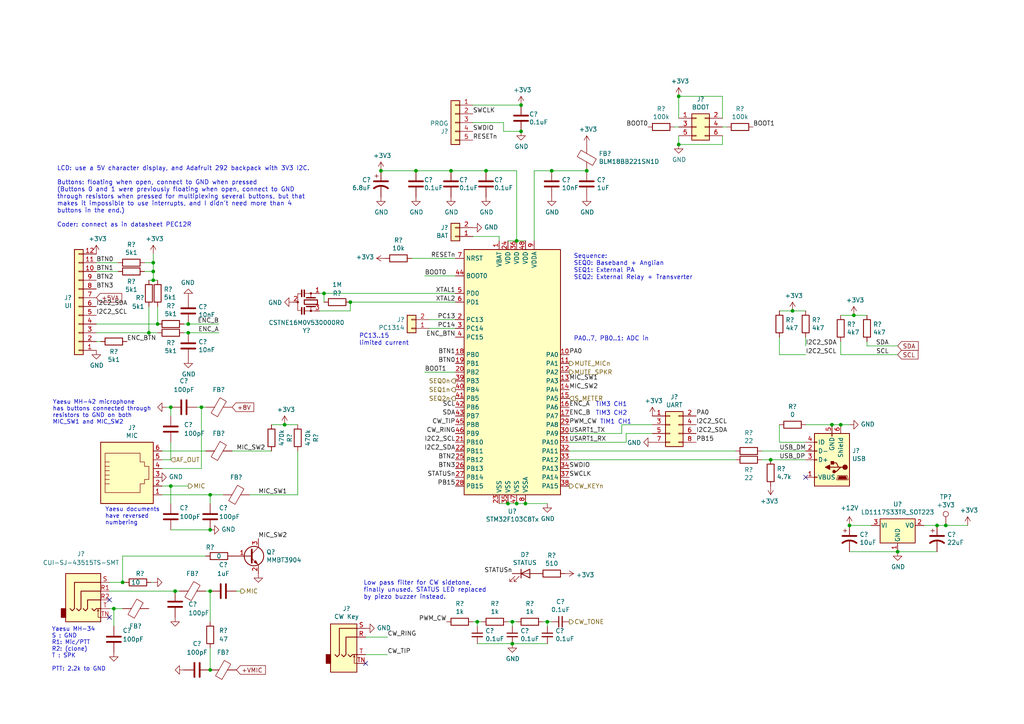
<source format=kicad_sch>
(kicad_sch (version 20211123) (generator eeschema)

  (uuid 5367a494-64b6-4f8c-adca-814c4b88525b)

  (paper "A4")

  (title_block
    (title "DART-70 TRX")
    (date "2023-01-15")
    (rev "0")
    (company "HB9EGM")
    (comment 1 "A 4m Band SSB/CW Transceiver")
  )

  

  (junction (at 33.02 176.53) (diameter 0) (color 0 0 0 0)
    (uuid 13f32677-7358-4425-9e94-52afb3823ec5)
  )
  (junction (at 43.18 96.52) (diameter 0) (color 0 0 0 0)
    (uuid 21443f6e-c9cb-43b6-9145-0fe007529b00)
  )
  (junction (at 110.49 49.53) (diameter 0) (color 0 0 0 0)
    (uuid 26aff78d-1dc4-4822-8817-49ee707b8453)
  )
  (junction (at 260.35 160.02) (diameter 0) (color 0 0 0 0)
    (uuid 28c0e82b-3883-497d-9334-7cc885f67489)
  )
  (junction (at 223.52 133.35) (diameter 0) (color 0 0 0 0)
    (uuid 2a891096-042c-4004-b161-8bd2c0b59fd7)
  )
  (junction (at 149.86 69.85) (diameter 0) (color 0 0 0 0)
    (uuid 3b398e0a-4c10-4dcc-aa1f-5dcd51a576d9)
  )
  (junction (at 243.84 123.19) (diameter 0) (color 0 0 0 0)
    (uuid 3f43b8cc-e232-4de4-a8bc-56a1a1c0a87a)
  )
  (junction (at 101.6 87.63) (diameter 0) (color 0 0 0 0)
    (uuid 418a0e9c-c95f-4d4a-a88f-ec13faf3303c)
  )
  (junction (at 130.81 49.53) (diameter 0) (color 0 0 0 0)
    (uuid 463e71c6-e035-4ed0-9a41-c3c9633f2c78)
  )
  (junction (at 35.56 168.91) (diameter 0) (color 0 0 0 0)
    (uuid 497b9774-3128-4270-af26-430f6d704065)
  )
  (junction (at 196.85 27.94) (diameter 0) (color 0 0 0 0)
    (uuid 5cfe5589-d53d-4797-82e8-c31b86c5fbb8)
  )
  (junction (at 49.53 118.11) (diameter 0) (color 0 0 0 0)
    (uuid 6378f3a0-c10c-4ab8-a191-8014f1f995ab)
  )
  (junction (at 50.8 171.45) (diameter 0) (color 0 0 0 0)
    (uuid 6a4fb687-120e-40bf-9b35-7e9d2fc384cf)
  )
  (junction (at 60.96 143.51) (diameter 0) (color 0 0 0 0)
    (uuid 7006f49f-0e13-43be-b1bb-f26a3d387008)
  )
  (junction (at 149.86 146.05) (diameter 0) (color 0 0 0 0)
    (uuid 70b621b6-45b5-43cb-9683-d589118723d7)
  )
  (junction (at 147.32 146.05) (diameter 0) (color 0 0 0 0)
    (uuid 73e2a101-0bc0-414b-9aa7-7eeb8a3caef1)
  )
  (junction (at 120.65 49.53) (diameter 0) (color 0 0 0 0)
    (uuid 752fa345-d8be-4e99-aad1-e88671f99643)
  )
  (junction (at 274.32 152.4) (diameter 0) (color 0 0 0 0)
    (uuid 75dbcfe0-f366-4024-b305-83af061644a9)
  )
  (junction (at 160.02 49.53) (diameter 0) (color 0 0 0 0)
    (uuid 77b09fa1-fbbb-49ab-94c4-069660b694ff)
  )
  (junction (at 148.59 186.69) (diameter 0) (color 0 0 0 0)
    (uuid 782b86fa-ef9f-4c16-a991-b44a80f0f0c3)
  )
  (junction (at 138.43 180.34) (diameter 0) (color 0 0 0 0)
    (uuid 7efaeda2-e767-44b9-adb2-3a0c3f4d2f1d)
  )
  (junction (at 58.42 118.11) (diameter 0) (color 0 0 0 0)
    (uuid 807fdb88-f9c9-42d9-8e83-2c2f092f2280)
  )
  (junction (at 54.61 93.98) (diameter 0) (color 0 0 0 0)
    (uuid 8699357b-081e-4490-9c44-11d25a40de14)
  )
  (junction (at 158.75 180.34) (diameter 0) (color 0 0 0 0)
    (uuid 8847e751-6992-4f80-92c5-c3bef4b5dbf6)
  )
  (junction (at 82.55 123.19) (diameter 0) (color 0 0 0 0)
    (uuid 88ec470b-1595-4040-bc2a-91476c84ca2e)
  )
  (junction (at 60.96 194.31) (diameter 0) (color 0 0 0 0)
    (uuid 8adc6e7b-379b-4805-954a-89eeb571e9d4)
  )
  (junction (at 93.98 85.09) (diameter 0) (color 0 0 0 0)
    (uuid 8c497335-9f19-4d8f-81b9-d3f6e5560190)
  )
  (junction (at 271.78 152.4) (diameter 0) (color 0 0 0 0)
    (uuid 904b6cc6-f2cb-4a57-986a-40544b1effa3)
  )
  (junction (at 247.65 91.44) (diameter 0) (color 0 0 0 0)
    (uuid 9098a6bf-eae0-4636-90c3-6c2f5d9401fd)
  )
  (junction (at 241.3 123.19) (diameter 0) (color 0 0 0 0)
    (uuid 9801ccc8-5152-40bb-932d-67072f8cd8ad)
  )
  (junction (at 196.85 41.91) (diameter 0) (color 0 0 0 0)
    (uuid 9b396834-9f2e-4234-8e77-e2f453053d8c)
  )
  (junction (at 140.97 49.53) (diameter 0) (color 0 0 0 0)
    (uuid 9cb0289b-897f-4a33-9575-6ead0989832a)
  )
  (junction (at 246.38 152.4) (diameter 0) (color 0 0 0 0)
    (uuid a155b72a-309d-445b-864b-7401b5efb849)
  )
  (junction (at 60.96 171.45) (diameter 0) (color 0 0 0 0)
    (uuid ae10c814-dedf-4335-9619-5afa1682dcac)
  )
  (junction (at 148.59 180.34) (diameter 0) (color 0 0 0 0)
    (uuid b2ecb88a-4c09-46d5-b24a-de38dbb48f75)
  )
  (junction (at 152.4 146.05) (diameter 0) (color 0 0 0 0)
    (uuid b7e9cf10-b74e-4e80-a7f1-e33a29fe56de)
  )
  (junction (at 60.96 153.67) (diameter 0) (color 0 0 0 0)
    (uuid bbc11dec-0b3b-4dca-bca3-5e2a9ff62131)
  )
  (junction (at 45.72 93.98) (diameter 0) (color 0 0 0 0)
    (uuid ca6052ba-b6c7-4761-b3cb-c749f8cbf361)
  )
  (junction (at 44.45 76.2) (diameter 0) (color 0 0 0 0)
    (uuid cc016ca4-b9a4-4d80-91ba-91d6e0df5bcc)
  )
  (junction (at 54.61 96.52) (diameter 0) (color 0 0 0 0)
    (uuid d0164702-426e-4c87-abe5-fbfeda4c6ede)
  )
  (junction (at 44.45 78.74) (diameter 0) (color 0 0 0 0)
    (uuid d28c26df-aeff-4f6a-a1dc-f734efaf55cb)
  )
  (junction (at 49.53 140.97) (diameter 0) (color 0 0 0 0)
    (uuid dadd1271-de02-4ddc-9037-691c1071fc0f)
  )
  (junction (at 151.13 30.48) (diameter 0) (color 0 0 0 0)
    (uuid e04409c2-b3ba-460e-bddc-62e0044901c2)
  )
  (junction (at 170.18 49.53) (diameter 0) (color 0 0 0 0)
    (uuid e1640c92-0a7b-4990-ae42-e9436c2a460d)
  )
  (junction (at 44.45 81.28) (diameter 0) (color 0 0 0 0)
    (uuid e4f6c439-e664-4982-a00a-ae1d4844df2b)
  )
  (junction (at 229.87 90.17) (diameter 0) (color 0 0 0 0)
    (uuid eab7c737-4450-406f-9f80-b2e18bb45dd6)
  )
  (junction (at 151.13 38.1) (diameter 0) (color 0 0 0 0)
    (uuid ed74c2b7-a3ac-4886-84f5-377b5e1bbbfc)
  )

  (no_connect (at 233.68 138.43) (uuid 487ede9d-e4e2-47c1-b417-084ff862638c))
  (no_connect (at 31.75 179.07) (uuid 5f209d3b-570b-41be-bac1-da0e75bd9c30))
  (no_connect (at 31.75 173.99) (uuid 88dece5e-42d2-4a10-900f-3cb59dfd1690))
  (no_connect (at 106.045 192.405) (uuid e03d7bc9-2bd0-42b5-96ba-4ca164fb4c50))

  (wire (pts (xy 165.1 133.35) (xy 213.36 133.35))
    (stroke (width 0) (type default) (color 0 0 0 0))
    (uuid 006bc43b-d3a8-4a38-a8dc-5a24da3f9b4d)
  )
  (wire (pts (xy 27.94 93.98) (xy 45.72 93.98))
    (stroke (width 0) (type default) (color 0 0 0 0))
    (uuid 0368658f-3125-4888-be8d-2d00cf819e46)
  )
  (wire (pts (xy 119.38 74.93) (xy 132.08 74.93))
    (stroke (width 0) (type default) (color 0 0 0 0))
    (uuid 0454b0ed-4e94-46b1-9058-7210ddee62e4)
  )
  (wire (pts (xy 247.65 91.44) (xy 251.46 91.44))
    (stroke (width 0) (type default) (color 0 0 0 0))
    (uuid 0673bd15-bb27-42a3-b8dd-ff34de638161)
  )
  (wire (pts (xy 53.34 93.98) (xy 54.61 93.98))
    (stroke (width 0) (type default) (color 0 0 0 0))
    (uuid 08895aac-0eaf-4885-9893-39d7cbab257b)
  )
  (wire (pts (xy 46.99 143.51) (xy 60.96 143.51))
    (stroke (width 0) (type default) (color 0 0 0 0))
    (uuid 09dffe2f-119c-4acf-b279-934de0a0dda7)
  )
  (wire (pts (xy 165.1 130.81) (xy 213.36 130.81))
    (stroke (width 0) (type default) (color 0 0 0 0))
    (uuid 11b49d13-b047-4242-be65-9a9b1c80ec58)
  )
  (wire (pts (xy 31.75 171.45) (xy 50.8 171.45))
    (stroke (width 0) (type default) (color 0 0 0 0))
    (uuid 14f144cf-94b7-4e9b-be67-5ca1bbff69f2)
  )
  (wire (pts (xy 251.46 100.33) (xy 260.35 100.33))
    (stroke (width 0) (type default) (color 0 0 0 0))
    (uuid 15328724-62c0-4c64-8165-7ba7fa235831)
  )
  (wire (pts (xy 67.31 130.81) (xy 78.74 130.81))
    (stroke (width 0) (type default) (color 0 0 0 0))
    (uuid 16010e58-8aee-45c1-99df-d1cc2bd80779)
  )
  (wire (pts (xy 58.42 135.89) (xy 58.42 118.11))
    (stroke (width 0) (type default) (color 0 0 0 0))
    (uuid 1afdd221-608b-420b-8eb2-861de263adb5)
  )
  (wire (pts (xy 243.84 102.87) (xy 243.84 99.06))
    (stroke (width 0) (type default) (color 0 0 0 0))
    (uuid 1fcbe337-d147-4e02-846e-7f1ec4528bd0)
  )
  (wire (pts (xy 27.94 76.2) (xy 34.29 76.2))
    (stroke (width 0) (type default) (color 0 0 0 0))
    (uuid 22abab2e-9885-4da7-9852-348f356dd096)
  )
  (wire (pts (xy 130.81 49.53) (xy 140.97 49.53))
    (stroke (width 0) (type default) (color 0 0 0 0))
    (uuid 2330a65f-a667-4564-b2ea-fd267508069a)
  )
  (wire (pts (xy 137.16 30.48) (xy 151.13 30.48))
    (stroke (width 0) (type default) (color 0 0 0 0))
    (uuid 23425199-2ac8-404e-b295-8bb0276f526e)
  )
  (wire (pts (xy 189.23 125.73) (xy 181.61 125.73))
    (stroke (width 0) (type default) (color 0 0 0 0))
    (uuid 238ce6dc-0557-409a-ab04-93448fccaac4)
  )
  (wire (pts (xy 160.02 49.53) (xy 154.94 49.53))
    (stroke (width 0) (type default) (color 0 0 0 0))
    (uuid 23d269d6-d694-442a-bf5d-98bf3544fc31)
  )
  (wire (pts (xy 86.36 123.19) (xy 82.55 123.19))
    (stroke (width 0) (type default) (color 0 0 0 0))
    (uuid 2415334a-b998-4d19-a8b5-e60e8af2aff4)
  )
  (wire (pts (xy 146.05 35.56) (xy 146.05 38.1))
    (stroke (width 0) (type default) (color 0 0 0 0))
    (uuid 2480dd87-1dff-4a50-81a2-52ef161ac45c)
  )
  (wire (pts (xy 138.43 180.34) (xy 138.43 181.61))
    (stroke (width 0) (type default) (color 0 0 0 0))
    (uuid 251435cb-df17-46ab-aac4-3d24ccac8db0)
  )
  (wire (pts (xy 53.34 96.52) (xy 54.61 96.52))
    (stroke (width 0) (type default) (color 0 0 0 0))
    (uuid 251bbd6b-00ad-4956-8621-28b4b522b62b)
  )
  (wire (pts (xy 223.52 133.35) (xy 233.68 133.35))
    (stroke (width 0) (type default) (color 0 0 0 0))
    (uuid 25ada721-670a-4020-ae0b-77410c4e375a)
  )
  (wire (pts (xy 33.02 176.53) (xy 35.56 176.53))
    (stroke (width 0) (type default) (color 0 0 0 0))
    (uuid 2d68cb5d-30df-4657-8750-10f8b1c43a3d)
  )
  (wire (pts (xy 58.42 118.11) (xy 59.69 118.11))
    (stroke (width 0) (type default) (color 0 0 0 0))
    (uuid 2f06a385-de72-4063-8346-234d2a5fb931)
  )
  (wire (pts (xy 229.87 90.17) (xy 233.68 90.17))
    (stroke (width 0) (type default) (color 0 0 0 0))
    (uuid 317a2bf1-677c-46ed-b6b4-eef240063844)
  )
  (wire (pts (xy 123.19 107.95) (xy 132.08 107.95))
    (stroke (width 0) (type default) (color 0 0 0 0))
    (uuid 31ae1ddb-55f8-4875-b94d-87a4d0c86414)
  )
  (wire (pts (xy 243.84 91.44) (xy 247.65 91.44))
    (stroke (width 0) (type default) (color 0 0 0 0))
    (uuid 34d6d782-5641-4526-b346-05de03ea8c0e)
  )
  (wire (pts (xy 43.18 88.9) (xy 43.18 96.52))
    (stroke (width 0) (type default) (color 0 0 0 0))
    (uuid 36915340-9dd2-4d10-bb2e-946e32cc121b)
  )
  (wire (pts (xy 120.65 49.53) (xy 130.81 49.53))
    (stroke (width 0) (type default) (color 0 0 0 0))
    (uuid 37e843e9-2538-4a91-9a9b-f536fa0a9e84)
  )
  (wire (pts (xy 252.73 152.4) (xy 246.38 152.4))
    (stroke (width 0) (type default) (color 0 0 0 0))
    (uuid 397629c6-64f0-4a95-bdb9-6c0573e2fbac)
  )
  (wire (pts (xy 110.49 49.53) (xy 120.65 49.53))
    (stroke (width 0) (type default) (color 0 0 0 0))
    (uuid 3a013e8f-5b12-499b-8d2d-0ad49966db1a)
  )
  (wire (pts (xy 158.75 181.61) (xy 158.75 180.34))
    (stroke (width 0) (type default) (color 0 0 0 0))
    (uuid 3d927ca0-f4ad-42ab-b902-dfef8d84eebb)
  )
  (wire (pts (xy 226.06 90.17) (xy 229.87 90.17))
    (stroke (width 0) (type default) (color 0 0 0 0))
    (uuid 3f4ca593-2b3f-4c1d-83fb-6afbc1dc83bd)
  )
  (wire (pts (xy 148.59 186.69) (xy 158.75 186.69))
    (stroke (width 0) (type default) (color 0 0 0 0))
    (uuid 3fc3a397-ec3a-4314-aa6a-44925ef4cbbe)
  )
  (wire (pts (xy 158.75 180.34) (xy 160.02 180.34))
    (stroke (width 0) (type default) (color 0 0 0 0))
    (uuid 4736f749-4a0e-4a05-b1aa-d51f1c3fc23d)
  )
  (wire (pts (xy 160.02 49.53) (xy 170.18 49.53))
    (stroke (width 0) (type default) (color 0 0 0 0))
    (uuid 4829bee0-faa8-43f7-b2d7-8a6e5d1b3050)
  )
  (wire (pts (xy 45.72 81.28) (xy 44.45 81.28))
    (stroke (width 0) (type default) (color 0 0 0 0))
    (uuid 4b9a4b22-a241-4855-9d5c-4ff2f9005b1b)
  )
  (wire (pts (xy 124.46 92.71) (xy 132.08 92.71))
    (stroke (width 0) (type default) (color 0 0 0 0))
    (uuid 4cd135a5-fdd1-4851-864a-dadf7c96d9ff)
  )
  (wire (pts (xy 137.16 35.56) (xy 146.05 35.56))
    (stroke (width 0) (type default) (color 0 0 0 0))
    (uuid 4f69bb40-cbf2-45c5-8c23-3e0667e1f6c1)
  )
  (wire (pts (xy 165.1 128.27) (xy 181.61 128.27))
    (stroke (width 0) (type default) (color 0 0 0 0))
    (uuid 500298f6-b9ed-4e53-bde6-024545f1a90a)
  )
  (wire (pts (xy 45.72 138.43) (xy 46.99 138.43))
    (stroke (width 0) (type default) (color 0 0 0 0))
    (uuid 564c737a-c22b-400c-8665-990100e2bad2)
  )
  (wire (pts (xy 44.45 76.2) (xy 44.45 73.66))
    (stroke (width 0) (type default) (color 0 0 0 0))
    (uuid 58a22765-7f2e-4f66-9ea8-f56fcca75dda)
  )
  (wire (pts (xy 52.07 171.45) (xy 50.8 171.45))
    (stroke (width 0) (type default) (color 0 0 0 0))
    (uuid 5c661c17-3ab4-49c7-8add-a626d1753c0b)
  )
  (wire (pts (xy 27.94 96.52) (xy 43.18 96.52))
    (stroke (width 0) (type default) (color 0 0 0 0))
    (uuid 5d4ed9ca-985c-4d79-b913-0fd671b604bc)
  )
  (wire (pts (xy 226.06 128.27) (xy 233.68 128.27))
    (stroke (width 0) (type default) (color 0 0 0 0))
    (uuid 5f48357f-c353-4808-811f-74ed7ffaa7c6)
  )
  (wire (pts (xy 146.05 38.1) (xy 151.13 38.1))
    (stroke (width 0) (type default) (color 0 0 0 0))
    (uuid 61b6f2c4-b226-47d6-bbd8-9d67fcaf35c3)
  )
  (wire (pts (xy 196.85 41.91) (xy 209.55 41.91))
    (stroke (width 0) (type default) (color 0 0 0 0))
    (uuid 61e795c9-5bb5-48b3-b7a0-cb64f04c7adc)
  )
  (wire (pts (xy 49.53 140.97) (xy 49.53 146.05))
    (stroke (width 0) (type default) (color 0 0 0 0))
    (uuid 66e3bb6e-3039-4f64-a55c-f43a1345d149)
  )
  (wire (pts (xy 101.6 90.17) (xy 101.6 87.63))
    (stroke (width 0) (type default) (color 0 0 0 0))
    (uuid 677a1070-c11b-49a9-8186-12e0a3e880b1)
  )
  (wire (pts (xy 226.06 102.87) (xy 226.06 97.79))
    (stroke (width 0) (type default) (color 0 0 0 0))
    (uuid 679e5b0e-a017-43d8-8845-79a886253d82)
  )
  (wire (pts (xy 49.53 128.27) (xy 49.53 133.35))
    (stroke (width 0) (type default) (color 0 0 0 0))
    (uuid 6ed67694-fff8-461d-af41-a54796b26eb7)
  )
  (wire (pts (xy 27.94 99.06) (xy 29.21 99.06))
    (stroke (width 0) (type default) (color 0 0 0 0))
    (uuid 6f581e98-caac-4a3a-b0ed-76aab462e56a)
  )
  (wire (pts (xy 165.1 125.73) (xy 180.34 125.73))
    (stroke (width 0) (type default) (color 0 0 0 0))
    (uuid 6f75ea3e-6135-44f5-9313-1aad839ab6f6)
  )
  (wire (pts (xy 137.16 180.34) (xy 138.43 180.34))
    (stroke (width 0) (type default) (color 0 0 0 0))
    (uuid 742f6656-c86d-41c0-937e-ef6ded3bd482)
  )
  (wire (pts (xy 243.84 102.87) (xy 260.35 102.87))
    (stroke (width 0) (type default) (color 0 0 0 0))
    (uuid 75080b0b-6140-45af-8605-622af6de8bea)
  )
  (wire (pts (xy 46.99 140.97) (xy 49.53 140.97))
    (stroke (width 0) (type default) (color 0 0 0 0))
    (uuid 76acc36c-a2a1-41e6-a41b-3d2782098bb1)
  )
  (wire (pts (xy 223.52 133.35) (xy 220.98 133.35))
    (stroke (width 0) (type default) (color 0 0 0 0))
    (uuid 771145ed-2e00-4172-ac95-37a36c6a35ce)
  )
  (wire (pts (xy 140.97 49.53) (xy 149.86 49.53))
    (stroke (width 0) (type default) (color 0 0 0 0))
    (uuid 7c1fd6fc-5c53-4ccb-a456-46fe6fc0bc71)
  )
  (wire (pts (xy 157.48 180.34) (xy 158.75 180.34))
    (stroke (width 0) (type default) (color 0 0 0 0))
    (uuid 7d512d14-3ca4-4934-b506-eb07d268c7dc)
  )
  (wire (pts (xy 59.69 171.45) (xy 60.96 171.45))
    (stroke (width 0) (type default) (color 0 0 0 0))
    (uuid 7e818ab5-daa1-4f81-8e5b-7a6aa233292b)
  )
  (wire (pts (xy 147.32 146.05) (xy 144.78 146.05))
    (stroke (width 0) (type default) (color 0 0 0 0))
    (uuid 7f2c9904-545b-4337-acd6-8707e0924818)
  )
  (wire (pts (xy 243.84 123.19) (xy 241.3 123.19))
    (stroke (width 0) (type default) (color 0 0 0 0))
    (uuid 7fa098fb-b644-4e64-920e-8328b5d12f21)
  )
  (wire (pts (xy 60.96 187.96) (xy 60.96 194.31))
    (stroke (width 0) (type default) (color 0 0 0 0))
    (uuid 80f7bbd0-bec0-4cb1-9503-e3687c98ec1e)
  )
  (wire (pts (xy 144.78 68.58) (xy 137.16 68.58))
    (stroke (width 0) (type default) (color 0 0 0 0))
    (uuid 822cf157-ecb8-46d7-8cc6-5f0248fd6b37)
  )
  (wire (pts (xy 45.72 88.9) (xy 45.72 93.98))
    (stroke (width 0) (type default) (color 0 0 0 0))
    (uuid 82f0532d-1a6d-464b-ad29-fc3e8108d6a8)
  )
  (wire (pts (xy 195.58 36.83) (xy 196.85 36.83))
    (stroke (width 0) (type default) (color 0 0 0 0))
    (uuid 875404be-e359-458a-af29-1bd3403dd55f)
  )
  (wire (pts (xy 233.68 102.87) (xy 226.06 102.87))
    (stroke (width 0) (type default) (color 0 0 0 0))
    (uuid 8f577817-ea32-42aa-bedc-809b6d0ffec6)
  )
  (wire (pts (xy 148.59 180.34) (xy 149.86 180.34))
    (stroke (width 0) (type default) (color 0 0 0 0))
    (uuid 9004cee7-358e-4c08-9d64-a05f28a4e7b6)
  )
  (wire (pts (xy 101.6 87.63) (xy 132.08 87.63))
    (stroke (width 0) (type default) (color 0 0 0 0))
    (uuid 92cf4db4-2dba-4763-9cd8-3c7f8aff8f24)
  )
  (wire (pts (xy 101.6 90.17) (xy 92.71 90.17))
    (stroke (width 0) (type default) (color 0 0 0 0))
    (uuid 93b580d1-c2df-48c4-9d06-465ca9d3eebc)
  )
  (wire (pts (xy 35.56 161.29) (xy 59.69 161.29))
    (stroke (width 0) (type default) (color 0 0 0 0))
    (uuid 9540b4d6-8885-4843-a659-943f7e3bc69a)
  )
  (wire (pts (xy 27.94 78.74) (xy 34.29 78.74))
    (stroke (width 0) (type default) (color 0 0 0 0))
    (uuid 99a76074-fcd3-4150-83c8-79f76bdad1c5)
  )
  (wire (pts (xy 72.39 143.51) (xy 86.36 143.51))
    (stroke (width 0) (type default) (color 0 0 0 0))
    (uuid 9c221d52-946b-4b75-8659-2771c7e549f2)
  )
  (wire (pts (xy 86.36 143.51) (xy 86.36 130.81))
    (stroke (width 0) (type default) (color 0 0 0 0))
    (uuid 9cdc04e7-a7c1-410b-8dd7-1b5a287afb98)
  )
  (wire (pts (xy 220.98 130.81) (xy 233.68 130.81))
    (stroke (width 0) (type default) (color 0 0 0 0))
    (uuid 9f7324c5-50a2-442c-8a80-edf04aa2b2ac)
  )
  (wire (pts (xy 144.78 69.85) (xy 144.78 68.58))
    (stroke (width 0) (type default) (color 0 0 0 0))
    (uuid 9f7b3295-d16c-467f-88f6-2ab8ee650e3a)
  )
  (wire (pts (xy 280.67 152.4) (xy 274.32 152.4))
    (stroke (width 0) (type default) (color 0 0 0 0))
    (uuid a16dacb5-adb4-45ea-b079-1c4b5b8c866f)
  )
  (wire (pts (xy 35.56 168.91) (xy 36.195 168.91))
    (stroke (width 0) (type default) (color 0 0 0 0))
    (uuid a2873055-b8ab-487a-9485-446d15b62f90)
  )
  (wire (pts (xy 246.38 160.02) (xy 260.35 160.02))
    (stroke (width 0) (type default) (color 0 0 0 0))
    (uuid a2c55b32-380d-46e9-bf43-659c0e4e5d28)
  )
  (wire (pts (xy 149.86 69.85) (xy 147.32 69.85))
    (stroke (width 0) (type default) (color 0 0 0 0))
    (uuid a32fe8ab-5810-40f6-8eab-48332c0ee5a0)
  )
  (wire (pts (xy 196.85 34.29) (xy 196.85 27.94))
    (stroke (width 0) (type default) (color 0 0 0 0))
    (uuid a560f403-c7e0-4d97-9b6c-c5351bebb237)
  )
  (wire (pts (xy 82.55 123.19) (xy 78.74 123.19))
    (stroke (width 0) (type default) (color 0 0 0 0))
    (uuid a5e5a32b-d259-4833-9676-56ada82e83c2)
  )
  (wire (pts (xy 209.55 34.29) (xy 209.55 27.94))
    (stroke (width 0) (type default) (color 0 0 0 0))
    (uuid a6e0def8-4f4c-4324-b688-07d61c9eec31)
  )
  (wire (pts (xy 124.46 95.25) (xy 132.08 95.25))
    (stroke (width 0) (type default) (color 0 0 0 0))
    (uuid ab5db7e5-9de7-449f-b70b-9d0dd610b10b)
  )
  (wire (pts (xy 93.98 87.63) (xy 93.98 85.09))
    (stroke (width 0) (type default) (color 0 0 0 0))
    (uuid ac5a5c45-797a-4bbe-bfd5-5ce5a8aa3463)
  )
  (wire (pts (xy 106.045 189.865) (xy 112.395 189.865))
    (stroke (width 0) (type default) (color 0 0 0 0))
    (uuid ae9a2cfc-2e02-4731-9394-e388bba596f8)
  )
  (wire (pts (xy 43.815 168.91) (xy 44.45 168.91))
    (stroke (width 0) (type default) (color 0 0 0 0))
    (uuid aea16cf2-4f65-409f-b3b9-3c332f390e93)
  )
  (wire (pts (xy 33.02 181.61) (xy 33.02 176.53))
    (stroke (width 0) (type default) (color 0 0 0 0))
    (uuid afe17981-95bb-4580-8c01-d624572574ed)
  )
  (wire (pts (xy 152.4 146.05) (xy 149.86 146.05))
    (stroke (width 0) (type default) (color 0 0 0 0))
    (uuid b05af61d-3c1d-44cf-aea2-61fd169c9d1a)
  )
  (wire (pts (xy 49.53 118.11) (xy 48.26 118.11))
    (stroke (width 0) (type default) (color 0 0 0 0))
    (uuid b2493615-6469-4f85-ae30-0eeac98199a6)
  )
  (wire (pts (xy 149.86 49.53) (xy 149.86 69.85))
    (stroke (width 0) (type default) (color 0 0 0 0))
    (uuid b3eebb03-af8c-48e8-a7d9-5ec3741206fa)
  )
  (wire (pts (xy 58.42 118.11) (xy 57.15 118.11))
    (stroke (width 0) (type default) (color 0 0 0 0))
    (uuid b4d405a4-25a6-44ef-96e1-b56b6b5ce995)
  )
  (wire (pts (xy 274.32 152.4) (xy 271.78 152.4))
    (stroke (width 0) (type default) (color 0 0 0 0))
    (uuid b4eb7a15-65f1-4c0f-8e2a-3fb89452f015)
  )
  (wire (pts (xy 49.53 153.67) (xy 60.96 153.67))
    (stroke (width 0) (type default) (color 0 0 0 0))
    (uuid b506d6e3-f5de-46c8-8eaa-ee5b62c6abd9)
  )
  (wire (pts (xy 106.045 184.785) (xy 112.395 184.785))
    (stroke (width 0) (type default) (color 0 0 0 0))
    (uuid b555eee7-8149-4892-8ba4-057aabcbbee2)
  )
  (wire (pts (xy 54.61 96.52) (xy 63.5 96.52))
    (stroke (width 0) (type default) (color 0 0 0 0))
    (uuid b9937346-f6e7-4a0d-8b88-940809bc0c5f)
  )
  (wire (pts (xy 41.91 78.74) (xy 44.45 78.74))
    (stroke (width 0) (type default) (color 0 0 0 0))
    (uuid b9e0ba15-f372-4a9e-a627-d594778258ac)
  )
  (wire (pts (xy 181.61 125.73) (xy 181.61 128.27))
    (stroke (width 0) (type default) (color 0 0 0 0))
    (uuid b9fce689-53c2-4275-98d8-2c8da9bd740a)
  )
  (wire (pts (xy 93.98 85.09) (xy 92.71 85.09))
    (stroke (width 0) (type default) (color 0 0 0 0))
    (uuid ba80136a-34d0-4a97-a9c9-c43ab3f7be6e)
  )
  (wire (pts (xy 152.4 69.85) (xy 149.86 69.85))
    (stroke (width 0) (type default) (color 0 0 0 0))
    (uuid bade9875-e59b-4d52-b529-c48d7c265fc4)
  )
  (wire (pts (xy 49.53 140.97) (xy 54.61 140.97))
    (stroke (width 0) (type default) (color 0 0 0 0))
    (uuid bf1ffc03-ba94-43f6-8d0a-0dfaedf70cc2)
  )
  (wire (pts (xy 49.53 133.35) (xy 46.99 133.35))
    (stroke (width 0) (type default) (color 0 0 0 0))
    (uuid c0185e34-c51b-4c62-a463-ad6cb00d29af)
  )
  (wire (pts (xy 33.02 176.53) (xy 31.75 176.53))
    (stroke (width 0) (type default) (color 0 0 0 0))
    (uuid c10ea781-e4dc-44b9-a7e1-86f7cdfec5ac)
  )
  (wire (pts (xy 44.45 81.28) (xy 43.18 81.28))
    (stroke (width 0) (type default) (color 0 0 0 0))
    (uuid c3c15276-82a5-4b64-990f-7f503a97141e)
  )
  (wire (pts (xy 31.75 168.91) (xy 35.56 168.91))
    (stroke (width 0) (type default) (color 0 0 0 0))
    (uuid c62fcb1d-df7b-4385-a018-f5ef16263000)
  )
  (wire (pts (xy 60.96 143.51) (xy 64.77 143.51))
    (stroke (width 0) (type default) (color 0 0 0 0))
    (uuid c898c0c5-e142-46d8-96c8-7be1e3bc68ad)
  )
  (wire (pts (xy 180.34 123.19) (xy 189.23 123.19))
    (stroke (width 0) (type default) (color 0 0 0 0))
    (uuid ca0eab8e-e3fd-464d-bb03-d1603b8a651b)
  )
  (wire (pts (xy 209.55 41.91) (xy 209.55 39.37))
    (stroke (width 0) (type default) (color 0 0 0 0))
    (uuid ca12753c-a5f4-49a4-bb14-a01420a86edb)
  )
  (wire (pts (xy 233.68 100.33) (xy 233.68 97.79))
    (stroke (width 0) (type default) (color 0 0 0 0))
    (uuid cf02db11-2ff8-4f79-b3e9-9802575ab786)
  )
  (wire (pts (xy 60.96 143.51) (xy 60.96 146.05))
    (stroke (width 0) (type default) (color 0 0 0 0))
    (uuid d063f6b1-c663-433a-bf5e-7441a08f16ea)
  )
  (wire (pts (xy 154.94 49.53) (xy 154.94 69.85))
    (stroke (width 0) (type default) (color 0 0 0 0))
    (uuid d1ea7795-8403-4edb-b959-1b29f77ed16f)
  )
  (wire (pts (xy 46.99 135.89) (xy 58.42 135.89))
    (stroke (width 0) (type default) (color 0 0 0 0))
    (uuid d26a8420-78a3-4a9e-b4f4-5a9910f59c4d)
  )
  (wire (pts (xy 68.58 171.45) (xy 69.85 171.45))
    (stroke (width 0) (type default) (color 0 0 0 0))
    (uuid d312eda9-74a3-4e19-8d05-4177ec0e1f00)
  )
  (wire (pts (xy 43.18 96.52) (xy 45.72 96.52))
    (stroke (width 0) (type default) (color 0 0 0 0))
    (uuid d3ea5011-250b-4076-bf21-0457c1dc2816)
  )
  (wire (pts (xy 49.53 118.11) (xy 49.53 120.65))
    (stroke (width 0) (type default) (color 0 0 0 0))
    (uuid d84cf9cf-df80-49cb-bd44-af405b2b4fee)
  )
  (wire (pts (xy 209.55 27.94) (xy 196.85 27.94))
    (stroke (width 0) (type default) (color 0 0 0 0))
    (uuid d8e238b6-5437-4b14-9ba7-0337f0b828ab)
  )
  (wire (pts (xy 148.59 181.61) (xy 148.59 180.34))
    (stroke (width 0) (type default) (color 0 0 0 0))
    (uuid d8ebdeb0-2bbd-4a1b-a259-f95c97f44cbe)
  )
  (wire (pts (xy 147.32 180.34) (xy 148.59 180.34))
    (stroke (width 0) (type default) (color 0 0 0 0))
    (uuid dacfc6b2-f197-4446-86ee-d141533404be)
  )
  (wire (pts (xy 246.38 123.19) (xy 243.84 123.19))
    (stroke (width 0) (type default) (color 0 0 0 0))
    (uuid dba4ad5b-8704-4fc8-9247-b9c4709cf1cf)
  )
  (wire (pts (xy 132.08 85.09) (xy 93.98 85.09))
    (stroke (width 0) (type default) (color 0 0 0 0))
    (uuid dcbc5a2e-2561-4663-8736-09acc9fe0209)
  )
  (wire (pts (xy 44.45 81.28) (xy 44.45 78.74))
    (stroke (width 0) (type default) (color 0 0 0 0))
    (uuid dcff1695-539e-442e-afee-9485378ce13a)
  )
  (wire (pts (xy 138.43 186.69) (xy 148.59 186.69))
    (stroke (width 0) (type default) (color 0 0 0 0))
    (uuid ddcf9a83-0126-4df6-88fa-3363d508d3a6)
  )
  (wire (pts (xy 41.91 76.2) (xy 44.45 76.2))
    (stroke (width 0) (type default) (color 0 0 0 0))
    (uuid dea160a0-c7eb-439d-aa99-b60757115fc7)
  )
  (wire (pts (xy 158.75 146.05) (xy 152.4 146.05))
    (stroke (width 0) (type default) (color 0 0 0 0))
    (uuid e382fedc-c868-44fd-9740-47cc05b15c1c)
  )
  (wire (pts (xy 226.06 123.19) (xy 226.06 128.27))
    (stroke (width 0) (type default) (color 0 0 0 0))
    (uuid e584287a-6232-40cf-a082-8dea5986b945)
  )
  (wire (pts (xy 138.43 180.34) (xy 139.7 180.34))
    (stroke (width 0) (type default) (color 0 0 0 0))
    (uuid e68fac9b-3de3-4acb-9bb0-3dee3685df22)
  )
  (wire (pts (xy 180.34 125.73) (xy 180.34 123.19))
    (stroke (width 0) (type default) (color 0 0 0 0))
    (uuid e7130644-c4ae-4f9d-997d-5b4fa9d09578)
  )
  (wire (pts (xy 46.99 130.81) (xy 59.69 130.81))
    (stroke (width 0) (type default) (color 0 0 0 0))
    (uuid e91ad237-6778-4565-a41c-5451c22b839e)
  )
  (wire (pts (xy 60.96 171.45) (xy 60.96 180.34))
    (stroke (width 0) (type default) (color 0 0 0 0))
    (uuid e98e7eb7-9737-4f2e-99d0-92ee149d1392)
  )
  (wire (pts (xy 44.45 78.74) (xy 44.45 76.2))
    (stroke (width 0) (type default) (color 0 0 0 0))
    (uuid eb5c3818-51cd-4092-a6a2-1d306912382e)
  )
  (wire (pts (xy 35.56 161.29) (xy 35.56 168.91))
    (stroke (width 0) (type default) (color 0 0 0 0))
    (uuid ec3165fe-59c9-43eb-8ddf-d44b9735718a)
  )
  (wire (pts (xy 196.85 41.91) (xy 196.85 39.37))
    (stroke (width 0) (type default) (color 0 0 0 0))
    (uuid eca73914-6f4b-487c-b8f6-6bedca0fa3fb)
  )
  (wire (pts (xy 54.61 93.98) (xy 63.5 93.98))
    (stroke (width 0) (type default) (color 0 0 0 0))
    (uuid eccdf86f-23ac-4077-b13e-27dc356e9a70)
  )
  (wire (pts (xy 123.19 80.01) (xy 132.08 80.01))
    (stroke (width 0) (type default) (color 0 0 0 0))
    (uuid ed265626-f6f5-4029-beb9-f6ad275e86b5)
  )
  (wire (pts (xy 251.46 100.33) (xy 251.46 99.06))
    (stroke (width 0) (type default) (color 0 0 0 0))
    (uuid f1353e9e-7eae-44e9-872c-ec11c41e5657)
  )
  (wire (pts (xy 260.35 160.02) (xy 271.78 160.02))
    (stroke (width 0) (type default) (color 0 0 0 0))
    (uuid f2f87eda-dd48-4c1e-99e5-858009a4dcd7)
  )
  (wire (pts (xy 149.86 146.05) (xy 147.32 146.05))
    (stroke (width 0) (type default) (color 0 0 0 0))
    (uuid f46f4b86-daf6-4869-98cb-928039f00f5f)
  )
  (wire (pts (xy 210.82 36.83) (xy 209.55 36.83))
    (stroke (width 0) (type default) (color 0 0 0 0))
    (uuid f683b564-906b-42f6-a233-cd22c58657dd)
  )
  (wire (pts (xy 241.3 123.19) (xy 233.68 123.19))
    (stroke (width 0) (type default) (color 0 0 0 0))
    (uuid f6c96c0d-4cf7-4e5a-ad96-cb52e5fda138)
  )
  (wire (pts (xy 267.97 152.4) (xy 271.78 152.4))
    (stroke (width 0) (type default) (color 0 0 0 0))
    (uuid f868ee9f-7a80-4920-b7ba-f4ae995e8fed)
  )

  (text "Yaesu documents\nhave reversed\nnumbering" (at 30.48 152.4 0)
    (effects (font (size 1.1938 1.1938)) (justify left bottom))
    (uuid 00d22a94-4415-4f7c-bba5-9ac8913c5f96)
  )
  (text "TODO\nDecide VMIC\nReplace connector by footprints for buttons, encoder and display\nCheck how I finally did CW on Picardy 2020"
    (at 1.27 -15.24 0)
    (effects (font (size 3 3)) (justify left bottom))
    (uuid 1154c567-1e30-4104-a3b9-6b57e1efe0f8)
  )
  (text "TIM1 CH1" (at 173.99 123.19 0)
    (effects (font (size 1.27 1.27)) (justify left bottom))
    (uuid 49389a66-8741-452b-8284-834f65c51e1b)
  )
  (text "Yaesu MH-42 microphone\nhas buttons connected through\nresistors to GND on both\nMIC_SW1 and MIC_SW2"
    (at 15.24 123.19 0)
    (effects (font (size 1.1938 1.1938)) (justify left bottom))
    (uuid 74796a55-82bc-4f74-9e9c-c7cb232069e3)
  )
  (text "Low pass filter for CW sidetone,\nfinally unused. STATUS LED replaced\nby piezo buzzer instead."
    (at 105.41 173.99 0)
    (effects (font (size 1.27 1.27)) (justify left bottom))
    (uuid 76d9276c-0bff-44cf-81b5-cc0de1c97f12)
  )
  (text "TIM3 CH1" (at 172.72 118.11 0)
    (effects (font (size 1.27 1.27)) (justify left bottom))
    (uuid 7ea15999-0781-4c2e-a266-2adaf5a39946)
  )
  (text "Yaesu MH-34\nS : GND\nR1: Mic/PTT\nR2: (clone)\nT : SPK\n\nPTT: 2.2k to GND"
    (at 14.986 194.818 0)
    (effects (font (size 1.1938 1.1938)) (justify left bottom))
    (uuid a3fa1e23-753d-47fd-a22c-6b4495b4078c)
  )
  (text "TIM3 CH2" (at 172.72 120.65 0)
    (effects (font (size 1.27 1.27)) (justify left bottom))
    (uuid a632aa3e-0113-4f5d-90b5-27bac9ed8392)
  )
  (text "PC13..15\nlimited current" (at 104.14 100.33 0)
    (effects (font (size 1.27 1.27)) (justify left bottom))
    (uuid d5605fa7-538d-473c-8da8-4e6409672b1d)
  )
  (text "LCD: use a 5V character display, and Adafruit 292 backpack with 3V3 I2C.\n\nButtons: floating when open, connect to GND when pressed\n(Buttons 0 and 1 were previously floating when open, connect to GND\nthrough resistors when pressed for multiplexing several buttons, but that\nmakes it impossible to use interrupts, and I didn't need more than 4\nbuttons in the end.)\n\nCoder: connect as in datasheet PEC12R"
    (at 16.51 66.04 0)
    (effects (font (size 1.27 1.27)) (justify left bottom))
    (uuid f84570f0-8f86-40f4-8c85-4d0ad12444b2)
  )
  (text "Sequence:\nSEQ0: Baseband + Anglian\nSEQ1: External PA\nSEQ2: External Relay + Transverter"
    (at 166.37 81.28 0)
    (effects (font (size 1.27 1.27)) (justify left bottom))
    (uuid fae1c1af-89ba-4c18-88bc-46f514e9bd6f)
  )
  (text "PA0..7, PB0..1: ADC in" (at 166.37 99.06 0)
    (effects (font (size 1.27 1.27)) (justify left bottom))
    (uuid fb6ae0ae-5f09-42f3-a277-43e9524a252b)
  )

  (label "USB_DP" (at 226.06 133.35 0)
    (effects (font (size 1.27 1.27)) (justify left bottom))
    (uuid 0157ed9d-375b-4b39-a7c1-9cb08dcf67bf)
  )
  (label "USART1_RX" (at 165.1 128.27 0)
    (effects (font (size 1.27 1.27)) (justify left bottom))
    (uuid 0470f6f8-3373-4410-9688-3749de7c241a)
  )
  (label "MIC_SW2" (at 74.93 156.21 0)
    (effects (font (size 1.27 1.27)) (justify left bottom))
    (uuid 0628db56-eb4e-4b95-a513-4549fb02bb96)
  )
  (label "SDA" (at 132.08 120.65 180)
    (effects (font (size 1.27 1.27)) (justify right bottom))
    (uuid 0886377c-acad-41ba-a045-1d436eadaaab)
  )
  (label "MIC_SW2" (at 68.58 130.81 0)
    (effects (font (size 1.27 1.27)) (justify left bottom))
    (uuid 0e39e32b-7468-4f6e-a6f0-b54d61a16933)
  )
  (label "BTN1" (at 132.08 102.87 180)
    (effects (font (size 1.27 1.27)) (justify right bottom))
    (uuid 0ece2b87-02c1-4250-9204-efdee0b5a9d0)
  )
  (label "MIC_SW1" (at 74.93 143.51 0)
    (effects (font (size 1.27 1.27)) (justify left bottom))
    (uuid 1b73c962-e471-4ec3-ab97-9114c97a5609)
  )
  (label "PB15" (at 201.93 128.27 0)
    (effects (font (size 1.27 1.27)) (justify left bottom))
    (uuid 1c36527b-20ab-4863-8486-3913ee2e57f4)
  )
  (label "I2C2_SDA" (at 233.68 100.33 0)
    (effects (font (size 1.27 1.27)) (justify left bottom))
    (uuid 23d0e929-f5a1-4c62-b387-0887d9659f38)
  )
  (label "MIC_SW1" (at 165.1 110.49 0)
    (effects (font (size 1.27 1.27)) (justify left bottom))
    (uuid 34f20938-82be-4faa-a3bd-ea4ff60955a6)
  )
  (label "BOOT1" (at 218.44 36.83 0)
    (effects (font (size 1.27 1.27)) (justify left bottom))
    (uuid 3a41f6b2-d64e-4fc9-9c78-62461e28f42c)
  )
  (label "STATUSn" (at 148.59 166.37 180)
    (effects (font (size 1.27 1.27)) (justify right bottom))
    (uuid 3d0ee88c-fab5-44ff-91c4-a21e663a09de)
  )
  (label "BTN2" (at 132.08 133.35 180)
    (effects (font (size 1.27 1.27)) (justify right bottom))
    (uuid 3fcf515a-b2e5-4769-a263-706606d34687)
  )
  (label "ENC_A" (at 63.5 96.52 180)
    (effects (font (size 1.27 1.27)) (justify right bottom))
    (uuid 4159a1b3-645b-4fcf-a72d-9242b2067a63)
  )
  (label "I2C2_SDA" (at 201.93 125.73 0)
    (effects (font (size 1.27 1.27)) (justify left bottom))
    (uuid 474da0bb-a80f-4ce4-b14e-5f26d8f31e91)
  )
  (label "USB_DM" (at 226.06 130.81 0)
    (effects (font (size 1.27 1.27)) (justify left bottom))
    (uuid 496eb987-d081-4e1e-a63a-28ee1d48f2f8)
  )
  (label "PB15" (at 132.08 140.97 180)
    (effects (font (size 1.27 1.27)) (justify right bottom))
    (uuid 4c756fc2-8fde-4459-8921-e1db5a89f1ba)
  )
  (label "SWDIO" (at 165.1 135.89 0)
    (effects (font (size 1.27 1.27)) (justify left bottom))
    (uuid 502090da-c5a3-4316-9f8a-2de92274b2b8)
  )
  (label "CW_RING" (at 112.395 184.785 0)
    (effects (font (size 1.27 1.27)) (justify left bottom))
    (uuid 5126ac84-dc56-4e60-b120-fd81ef65886b)
  )
  (label "ENC_BTN" (at 132.08 97.79 180)
    (effects (font (size 1.27 1.27)) (justify right bottom))
    (uuid 588d3cbf-6c0a-4102-8f72-574f6ea20133)
  )
  (label "I2C2_SCL" (at 201.93 123.19 0)
    (effects (font (size 1.27 1.27)) (justify left bottom))
    (uuid 5900b9d3-f54e-4689-953a-e125f5f9fa71)
  )
  (label "SCL" (at 132.08 118.11 180)
    (effects (font (size 1.27 1.27)) (justify right bottom))
    (uuid 5bd9bd00-e17c-4137-8daf-974f4e7eb479)
  )
  (label "XTAL2" (at 132.08 87.63 180)
    (effects (font (size 1.27 1.27)) (justify right bottom))
    (uuid 5c5b3284-d7e2-4069-8087-eaf4a8346272)
  )
  (label "CW_RING" (at 132.08 125.73 180)
    (effects (font (size 1.27 1.27)) (justify right bottom))
    (uuid 5fa23453-de94-4f47-ab66-80326a468ae1)
  )
  (label "I2C2_SCL" (at 233.68 102.87 0)
    (effects (font (size 1.27 1.27)) (justify left bottom))
    (uuid 61d63f1b-dbdf-4e18-9e78-d70eac21ae65)
  )
  (label "I2C2_SCL" (at 27.94 91.44 0)
    (effects (font (size 1.27 1.27)) (justify left bottom))
    (uuid 657bd73d-9c40-4ca8-b3ea-e75927d498b6)
  )
  (label "I2C2_SDA" (at 132.08 130.81 180)
    (effects (font (size 1.27 1.27)) (justify right bottom))
    (uuid 6c1d0ff6-53d9-4a5b-89a8-5313d6ca7d94)
  )
  (label "SDA" (at 257.81 100.33 180)
    (effects (font (size 1.27 1.27)) (justify right bottom))
    (uuid 6db6b2d8-cd53-4924-910c-ce03370c85ba)
  )
  (label "BTN0" (at 132.08 105.41 180)
    (effects (font (size 1.27 1.27)) (justify right bottom))
    (uuid 72635b6d-f5d1-44fe-86b5-9bebc2da5d46)
  )
  (label "SCL" (at 257.81 102.87 180)
    (effects (font (size 1.27 1.27)) (justify right bottom))
    (uuid 7288ce3d-ad6e-43f5-96ca-99065d7798d0)
  )
  (label "ENC_BTN" (at 36.83 99.06 0)
    (effects (font (size 1.27 1.27)) (justify left bottom))
    (uuid 73b08644-febb-4c1e-9b8f-826cf4cd7348)
  )
  (label "ENC_A" (at 165.1 118.11 0)
    (effects (font (size 1.27 1.27)) (justify left bottom))
    (uuid 7803a0ea-b6d3-457b-b195-42c8dc80b579)
  )
  (label "CW_TIP" (at 112.395 189.865 0)
    (effects (font (size 1.27 1.27)) (justify left bottom))
    (uuid 78ce8c1e-89e0-4419-807a-81faccaa13a1)
  )
  (label "XTAL1" (at 132.08 85.09 180)
    (effects (font (size 1.27 1.27)) (justify right bottom))
    (uuid 794e55a0-75fe-436a-8b64-c2f248c65f18)
  )
  (label "ENC_B" (at 165.1 120.65 0)
    (effects (font (size 1.27 1.27)) (justify left bottom))
    (uuid 7fd58396-b4e5-46f4-aa37-499fb1457243)
  )
  (label "STATUSn" (at 132.08 138.43 180)
    (effects (font (size 1.27 1.27)) (justify right bottom))
    (uuid 8233de19-691a-4981-9177-f647c5ab854c)
  )
  (label "BTN2" (at 27.94 81.28 0)
    (effects (font (size 1.27 1.27)) (justify left bottom))
    (uuid 8b8cbcc8-2fab-4017-82d7-9e2b0dd87d55)
  )
  (label "RESETn" (at 137.16 40.64 0)
    (effects (font (size 1.27 1.27)) (justify left bottom))
    (uuid 8ce5f070-df4e-4d8d-b78f-3ef1b6a0875c)
  )
  (label "PWM_CW" (at 165.1 123.19 0)
    (effects (font (size 1.27 1.27)) (justify left bottom))
    (uuid 8d33a8d3-c5cc-40b4-ba71-6923d60927e2)
  )
  (label "BOOT0" (at 123.19 80.01 0)
    (effects (font (size 1.27 1.27)) (justify left bottom))
    (uuid 92ba8945-0271-4dc3-a102-541bc7646045)
  )
  (label "PC14" (at 132.08 95.25 180)
    (effects (font (size 1.27 1.27)) (justify right bottom))
    (uuid 94b40fef-8e3d-4a32-a137-035c86ca86c8)
  )
  (label "PA0" (at 165.1 102.87 0)
    (effects (font (size 1.27 1.27)) (justify left bottom))
    (uuid a4813917-c395-4e03-b658-4133a12249cd)
  )
  (label "I2C2_SDA" (at 27.94 88.9 0)
    (effects (font (size 1.27 1.27)) (justify left bottom))
    (uuid acee6893-1f8a-43f2-93df-e612d6c0d353)
  )
  (label "SWCLK" (at 137.16 33.02 0)
    (effects (font (size 1.27 1.27)) (justify left bottom))
    (uuid b4b8fad9-0954-4267-898b-11fce62b39de)
  )
  (label "PC13" (at 132.08 92.71 180)
    (effects (font (size 1.27 1.27)) (justify right bottom))
    (uuid bb592211-9895-49a1-bb6a-47f7a9f85864)
  )
  (label "SWCLK" (at 165.1 138.43 0)
    (effects (font (size 1.27 1.27)) (justify left bottom))
    (uuid bf046f55-cad5-4e6d-8fc5-1978a2a4f4dc)
  )
  (label "BTN3" (at 27.94 83.82 0)
    (effects (font (size 1.27 1.27)) (justify left bottom))
    (uuid c40d36bb-2efa-4bc3-859b-223faaa66f3e)
  )
  (label "BTN0" (at 27.94 76.2 0)
    (effects (font (size 1.27 1.27)) (justify left bottom))
    (uuid c435621a-1e7b-4aea-a701-d5d27a54bd0d)
  )
  (label "BOOT1" (at 123.19 107.95 0)
    (effects (font (size 1.27 1.27)) (justify left bottom))
    (uuid c8ce7d0f-bd8a-416c-9bb9-339f4090a830)
  )
  (label "CW_TIP" (at 132.08 123.19 180)
    (effects (font (size 1.27 1.27)) (justify right bottom))
    (uuid c97ec1e3-38c3-4514-9704-1b06a25c7c8d)
  )
  (label "PWM_CW" (at 129.54 180.34 180)
    (effects (font (size 1.27 1.27)) (justify right bottom))
    (uuid cf672f56-2d68-4c6c-a783-23e23c937b72)
  )
  (label "ENC_B" (at 63.5 93.98 180)
    (effects (font (size 1.27 1.27)) (justify right bottom))
    (uuid d7b44d07-2cb6-4c10-bad9-adf2185ee6fd)
  )
  (label "SWDIO" (at 137.16 38.1 0)
    (effects (font (size 1.27 1.27)) (justify left bottom))
    (uuid e42b8b80-020c-4fee-b000-fd91abf3966d)
  )
  (label "USART1_TX" (at 165.1 125.73 0)
    (effects (font (size 1.27 1.27)) (justify left bottom))
    (uuid e721791d-da51-4bae-ab44-002be5ea386c)
  )
  (label "MIC_SW2" (at 165.1 113.03 0)
    (effects (font (size 1.27 1.27)) (justify left bottom))
    (uuid e93f1ff9-82cc-426b-b31b-274f08cc4327)
  )
  (label "RESETn" (at 132.08 74.93 180)
    (effects (font (size 1.27 1.27)) (justify right bottom))
    (uuid e9862dd4-26d2-4ddd-91fc-972d848045f5)
  )
  (label "I2C2_SCL" (at 132.08 128.27 180)
    (effects (font (size 1.27 1.27)) (justify right bottom))
    (uuid ee5ea3d6-1422-40d3-882b-9d8b9c72bbba)
  )
  (label "PA0" (at 201.93 120.65 0)
    (effects (font (size 1.27 1.27)) (justify left bottom))
    (uuid f2cb3dc7-19c3-4d39-8479-4368f9d1680c)
  )
  (label "BTN3" (at 132.08 135.89 180)
    (effects (font (size 1.27 1.27)) (justify right bottom))
    (uuid f686f314-e4c1-4c2d-a83a-58da96d3edf9)
  )
  (label "BTN1" (at 27.94 78.74 0)
    (effects (font (size 1.27 1.27)) (justify left bottom))
    (uuid f82b8be3-e209-4493-8527-8e48e4d9c1ce)
  )
  (label "BOOT0" (at 187.96 36.83 180)
    (effects (font (size 1.27 1.27)) (justify right bottom))
    (uuid fd2d066c-2ff9-43c4-ab8e-a65d2b71b5c1)
  )

  (global_label "+8V" (shape input) (at 67.31 118.11 0) (fields_autoplaced)
    (effects (font (size 1.27 1.27)) (justify left))
    (uuid 126f84ae-523c-4569-b046-7ee124f46a5a)
    (property "Intersheet References" "${INTERSHEET_REFS}" (id 0) (at 0 -1.27 0)
      (effects (font (size 1.27 1.27)) hide)
    )
  )
  (global_label "SDA" (shape input) (at 260.35 100.33 0) (fields_autoplaced)
    (effects (font (size 1.27 1.27)) (justify left))
    (uuid 1e4121a8-838d-461e-bd87-c7b273513df5)
    (property "Intersheet References" "${INTERSHEET_REFS}" (id 0) (at 0 0 0)
      (effects (font (size 1.27 1.27)) hide)
    )
  )
  (global_label "+5VA" (shape input) (at 27.94 86.36 0) (fields_autoplaced)
    (effects (font (size 1.27 1.27)) (justify left))
    (uuid 30f27120-8919-4f22-a0e2-49bd0c1104a0)
    (property "Intersheet References" "${INTERSHEET_REFS}" (id 0) (at 0 0 0)
      (effects (font (size 1.27 1.27)) hide)
    )
  )
  (global_label "SCL" (shape input) (at 260.35 102.87 0) (fields_autoplaced)
    (effects (font (size 1.27 1.27)) (justify left))
    (uuid 67ed65af-3dae-472c-882d-b64c8e40e12c)
    (property "Intersheet References" "${INTERSHEET_REFS}" (id 0) (at 0 0 0)
      (effects (font (size 1.27 1.27)) hide)
    )
  )
  (global_label "+VMIC" (shape input) (at 68.58 194.31 0) (fields_autoplaced)
    (effects (font (size 1.27 1.27)) (justify left))
    (uuid 691cbaf2-cd00-48de-a72e-b325b9c4b788)
    (property "Intersheet References" "${INTERSHEET_REFS}" (id 0) (at 76.9802 194.2306 0)
      (effects (font (size 1.27 1.27)) (justify left) hide)
    )
  )

  (hierarchical_label "SEQ1n" (shape output) (at 132.08 113.03 180)
    (effects (font (size 1.27 1.27)) (justify right))
    (uuid 4a151dd5-28d8-42af-b70d-d52cf427540e)
  )
  (hierarchical_label "MUTE_SPKR" (shape output) (at 165.1 107.95 0)
    (effects (font (size 1.27 1.27)) (justify left))
    (uuid 4f4277d9-4ff1-4fe4-9af0-84cedee4b2b6)
  )
  (hierarchical_label "CW_KEYn" (shape output) (at 165.1 140.97 0)
    (effects (font (size 1.27 1.27)) (justify left))
    (uuid 5b1cf420-b469-4a8f-a998-9abdfd8b7687)
  )
  (hierarchical_label "SEQ0n" (shape output) (at 132.08 110.49 180)
    (effects (font (size 1.27 1.27)) (justify right))
    (uuid 92563de1-61c4-4e3f-8603-96474790934f)
  )
  (hierarchical_label "AF_OUT" (shape input) (at 49.53 133.35 0)
    (effects (font (size 1.27 1.27)) (justify left))
    (uuid b6fc4182-53d3-44c8-80e1-53918daa9139)
  )
  (hierarchical_label "MIC" (shape output) (at 54.61 140.97 0)
    (effects (font (size 1.27 1.27)) (justify left))
    (uuid c83a95be-f351-410b-916d-b5948688be99)
  )
  (hierarchical_label "S_METER" (shape input) (at 165.1 115.57 0)
    (effects (font (size 1.27 1.27)) (justify left))
    (uuid d205f026-5c37-4a8f-96d0-c67ab0976f34)
  )
  (hierarchical_label "CW_TONE" (shape output) (at 165.1 180.34 0)
    (effects (font (size 1.27 1.27)) (justify left))
    (uuid d618158f-4184-4754-aa33-65a98e706342)
  )
  (hierarchical_label "SEQ2n" (shape output) (at 132.08 115.57 180)
    (effects (font (size 1.27 1.27)) (justify right))
    (uuid db3e62ed-d2c4-4262-9844-874282d066c8)
  )
  (hierarchical_label "MUTE_MICn" (shape output) (at 165.1 105.41 0)
    (effects (font (size 1.27 1.27)) (justify left))
    (uuid e721274f-b458-4ab5-8d4d-44bffaffa7c9)
  )
  (hierarchical_label "MIC" (shape output) (at 69.85 171.45 0)
    (effects (font (size 1.27 1.27)) (justify left))
    (uuid f7eae3d8-96c7-42ba-82fd-acd44d078707)
  )

  (symbol (lib_id "Device:R") (at 115.57 74.93 90) (unit 1)
    (in_bom yes) (on_board yes)
    (uuid 00000000-0000-0000-0000-00005e3048e7)
    (property "Reference" "R?" (id 0) (at 115.57 69.6722 90))
    (property "Value" "10k" (id 1) (at 115.57 71.9836 90))
    (property "Footprint" "Resistor_SMD:R_0603_1608Metric_Pad1.05x0.95mm_HandSolder" (id 2) (at 115.57 76.708 90)
      (effects (font (size 1.27 1.27)) hide)
    )
    (property "Datasheet" "~" (id 3) (at 115.57 74.93 0)
      (effects (font (size 1.27 1.27)) hide)
    )
    (property "Need_order" "" (id 4) (at 115.57 74.93 0)
      (effects (font (size 1.27 1.27)) hide)
    )
    (pin "1" (uuid f8f190b9-b0db-4303-be1a-5600b63ef7b3))
    (pin "2" (uuid 7e09dacf-e7df-4d1b-ae00-782e58d5681e))
  )

  (symbol (lib_id "Connector_Generic:Conn_01x12") (at 22.86 88.9 180) (unit 1)
    (in_bom yes) (on_board yes)
    (uuid 00000000-0000-0000-0000-00005e523241)
    (property "Reference" "J?" (id 0) (at 20.8534 86.36 0)
      (effects (font (size 1.27 1.27)) (justify left))
    )
    (property "Value" "UI" (id 1) (at 20.8534 88.6714 0)
      (effects (font (size 1.27 1.27)) (justify left))
    )
    (property "Footprint" "Connector_PinHeader_2.54mm:PinHeader_1x12_P2.54mm_Vertical" (id 2) (at 22.86 88.9 0)
      (effects (font (size 1.27 1.27)) hide)
    )
    (property "Datasheet" "~" (id 3) (at 22.86 88.9 0)
      (effects (font (size 1.27 1.27)) hide)
    )
    (property "Need_order" "" (id 4) (at 22.86 88.9 0)
      (effects (font (size 1.27 1.27)) hide)
    )
    (property "MPN" " Adafruit 292 and PEC12R-4022F-S0024" (id 5) (at 22.86 88.9 0)
      (effects (font (size 1.27 1.27)) hide)
    )
    (pin "1" (uuid 94049d55-f0d7-40ad-b552-9b206e52f022))
    (pin "10" (uuid 18a82b42-2202-42c2-bf5c-5f6ee35bca85))
    (pin "11" (uuid 24617945-3769-4e0c-87ab-d43abbbb6bf3))
    (pin "12" (uuid ca4ab7e3-5366-4cd4-b7fe-b51b382d5295))
    (pin "2" (uuid 262f98f5-73a1-456d-a698-36df5b63acd9))
    (pin "3" (uuid d24687b6-05ef-4c89-a821-ee9b72be1fc1))
    (pin "4" (uuid 96b2b064-bd0b-41d8-880e-8a037c895191))
    (pin "5" (uuid 7f53f9c5-42a9-4a18-b3e9-1febfec9f0f2))
    (pin "6" (uuid 601e3a22-eb0c-42de-95ec-980585c4d798))
    (pin "7" (uuid 1c1abc93-b44d-4ee3-9ae5-ed6e32c673e1))
    (pin "8" (uuid 60834ccb-1317-4836-ade3-cd71d3de34a5))
    (pin "9" (uuid 04111bb4-122c-4a44-8021-ccdb67968b54))
  )

  (symbol (lib_id "power:+3.3V") (at 27.94 73.66 0) (unit 1)
    (in_bom yes) (on_board yes)
    (uuid 00000000-0000-0000-0000-00005e5452ea)
    (property "Reference" "#PWR?" (id 0) (at 27.94 77.47 0)
      (effects (font (size 1.27 1.27)) hide)
    )
    (property "Value" "+3.3V" (id 1) (at 28.321 69.2658 0))
    (property "Footprint" "" (id 2) (at 27.94 73.66 0)
      (effects (font (size 1.27 1.27)) hide)
    )
    (property "Datasheet" "" (id 3) (at 27.94 73.66 0)
      (effects (font (size 1.27 1.27)) hide)
    )
    (pin "1" (uuid 0f984dd2-9dd1-40b7-bb0c-76c12276f44c))
  )

  (symbol (lib_id "power:GND") (at 54.61 86.36 180) (unit 1)
    (in_bom yes) (on_board yes)
    (uuid 00000000-0000-0000-0000-00005e566926)
    (property "Reference" "#PWR?" (id 0) (at 54.61 80.01 0)
      (effects (font (size 1.27 1.27)) hide)
    )
    (property "Value" "GND" (id 1) (at 54.483 81.9658 0))
    (property "Footprint" "" (id 2) (at 54.61 86.36 0)
      (effects (font (size 1.27 1.27)) hide)
    )
    (property "Datasheet" "" (id 3) (at 54.61 86.36 0)
      (effects (font (size 1.27 1.27)) hide)
    )
    (pin "1" (uuid 0ba81a2c-e87f-4b76-8e66-4ed8d0357318))
  )

  (symbol (lib_id "Device:Ferrite_Bead") (at 170.18 45.72 180) (unit 1)
    (in_bom yes) (on_board yes)
    (uuid 00000000-0000-0000-0000-00005e5709c5)
    (property "Reference" "FB?" (id 0) (at 173.6598 44.5516 0)
      (effects (font (size 1.27 1.27)) (justify right))
    )
    (property "Value" "BLM18BB221SN1D" (id 1) (at 173.6598 46.863 0)
      (effects (font (size 1.27 1.27)) (justify right))
    )
    (property "Footprint" "Inductor_SMD:L_0603_1608Metric_Pad1.05x0.95mm_HandSolder" (id 2) (at 171.958 45.72 90)
      (effects (font (size 1.27 1.27)) hide)
    )
    (property "Datasheet" "~" (id 3) (at 170.18 45.72 0)
      (effects (font (size 1.27 1.27)) hide)
    )
    (property "MPN" "BLM18BB221SN1D" (id 4) (at 170.18 45.72 90)
      (effects (font (size 1.27 1.27)) hide)
    )
    (property "Need_order" "" (id 5) (at 170.18 45.72 90)
      (effects (font (size 1.27 1.27)) hide)
    )
    (pin "1" (uuid 91739e86-f39b-4cdc-b575-642e4a50730e))
    (pin "2" (uuid f96e437f-ac96-4e0c-9515-7163a925c871))
  )

  (symbol (lib_id "Device:R") (at 133.35 180.34 270) (unit 1)
    (in_bom yes) (on_board yes)
    (uuid 00000000-0000-0000-0000-00005e58e428)
    (property "Reference" "R?" (id 0) (at 133.35 175.0822 90))
    (property "Value" "1k" (id 1) (at 133.35 177.3936 90))
    (property "Footprint" "Resistor_SMD:R_0603_1608Metric_Pad1.05x0.95mm_HandSolder" (id 2) (at 133.35 178.562 90)
      (effects (font (size 1.27 1.27)) hide)
    )
    (property "Datasheet" "~" (id 3) (at 133.35 180.34 0)
      (effects (font (size 1.27 1.27)) hide)
    )
    (property "Need_order" "" (id 4) (at 133.35 180.34 0)
      (effects (font (size 1.27 1.27)) hide)
    )
    (pin "1" (uuid 281b5eb6-1208-42ae-bb8a-610da179d81d))
    (pin "2" (uuid 5f6ef5a5-fcef-46d6-861e-e8cbd84496dc))
  )

  (symbol (lib_id "Device:C_Small") (at 148.59 184.15 0) (unit 1)
    (in_bom yes) (on_board yes)
    (uuid 00000000-0000-0000-0000-00005e5a72b6)
    (property "Reference" "C?" (id 0) (at 150.9268 182.9816 0)
      (effects (font (size 1.27 1.27)) (justify left))
    )
    (property "Value" "0.1uF" (id 1) (at 150.9268 185.293 0)
      (effects (font (size 1.27 1.27)) (justify left))
    )
    (property "Footprint" "Capacitor_SMD:C_0603_1608Metric_Pad1.05x0.95mm_HandSolder" (id 2) (at 148.59 184.15 0)
      (effects (font (size 1.27 1.27)) hide)
    )
    (property "Datasheet" "~" (id 3) (at 148.59 184.15 0)
      (effects (font (size 1.27 1.27)) hide)
    )
    (property "MPN" "GRM188R71H104KA93D" (id 4) (at 148.59 184.15 0)
      (effects (font (size 1.27 1.27)) hide)
    )
    (property "Need_order" "" (id 5) (at 148.59 184.15 0)
      (effects (font (size 1.27 1.27)) hide)
    )
    (pin "1" (uuid b533d202-b04e-42ab-9365-795e730feb44))
    (pin "2" (uuid 8b17d1c2-7934-45ab-8740-3ff19c5f5da5))
  )

  (symbol (lib_id "Device:R") (at 143.51 180.34 270) (unit 1)
    (in_bom yes) (on_board yes)
    (uuid 00000000-0000-0000-0000-00005e5a9b8e)
    (property "Reference" "R?" (id 0) (at 143.51 175.0822 90))
    (property "Value" "1k" (id 1) (at 143.51 177.3936 90))
    (property "Footprint" "Resistor_SMD:R_0603_1608Metric_Pad1.05x0.95mm_HandSolder" (id 2) (at 143.51 178.562 90)
      (effects (font (size 1.27 1.27)) hide)
    )
    (property "Datasheet" "~" (id 3) (at 143.51 180.34 0)
      (effects (font (size 1.27 1.27)) hide)
    )
    (property "Need_order" "" (id 4) (at 143.51 180.34 0)
      (effects (font (size 1.27 1.27)) hide)
    )
    (pin "1" (uuid 03f2f483-0f35-4c0f-8c9b-031e53791a92))
    (pin "2" (uuid cd62a01c-3e56-4d97-b8cd-4489859cfde2))
  )

  (symbol (lib_id "Device:C_Small") (at 138.43 184.15 0) (unit 1)
    (in_bom yes) (on_board yes)
    (uuid 00000000-0000-0000-0000-00005e5a9b9a)
    (property "Reference" "C?" (id 0) (at 140.7668 182.9816 0)
      (effects (font (size 1.27 1.27)) (justify left))
    )
    (property "Value" "0.1uF" (id 1) (at 140.7668 185.293 0)
      (effects (font (size 1.27 1.27)) (justify left))
    )
    (property "Footprint" "Capacitor_SMD:C_0603_1608Metric_Pad1.05x0.95mm_HandSolder" (id 2) (at 138.43 184.15 0)
      (effects (font (size 1.27 1.27)) hide)
    )
    (property "Datasheet" "~" (id 3) (at 138.43 184.15 0)
      (effects (font (size 1.27 1.27)) hide)
    )
    (property "MPN" "GRM188R71H104KA93D" (id 4) (at 138.43 184.15 0)
      (effects (font (size 1.27 1.27)) hide)
    )
    (property "Need_order" "" (id 5) (at 138.43 184.15 0)
      (effects (font (size 1.27 1.27)) hide)
    )
    (pin "1" (uuid 3fcfdd05-38dd-4c86-a67d-03828382e13d))
    (pin "2" (uuid 32253759-c329-4a42-a9cc-9133e1b902a6))
  )

  (symbol (lib_id "Device:C_Small") (at 158.75 184.15 0) (unit 1)
    (in_bom yes) (on_board yes)
    (uuid 00000000-0000-0000-0000-00005e5af42d)
    (property "Reference" "C?" (id 0) (at 161.0868 182.9816 0)
      (effects (font (size 1.27 1.27)) (justify left))
    )
    (property "Value" "0.1uF" (id 1) (at 161.0868 185.293 0)
      (effects (font (size 1.27 1.27)) (justify left))
    )
    (property "Footprint" "Capacitor_SMD:C_0603_1608Metric_Pad1.05x0.95mm_HandSolder" (id 2) (at 158.75 184.15 0)
      (effects (font (size 1.27 1.27)) hide)
    )
    (property "Datasheet" "~" (id 3) (at 158.75 184.15 0)
      (effects (font (size 1.27 1.27)) hide)
    )
    (property "MPN" "GRM188R71H104KA93D" (id 4) (at 158.75 184.15 0)
      (effects (font (size 1.27 1.27)) hide)
    )
    (property "Need_order" "" (id 5) (at 158.75 184.15 0)
      (effects (font (size 1.27 1.27)) hide)
    )
    (pin "1" (uuid 83e7466b-e8cc-4ed1-bdf0-1d6c37cb6ca6))
    (pin "2" (uuid f866e63f-9952-4bca-a80c-306e990dea84))
  )

  (symbol (lib_id "Device:R") (at 153.67 180.34 270) (unit 1)
    (in_bom yes) (on_board yes)
    (uuid 00000000-0000-0000-0000-00005e5af438)
    (property "Reference" "R?" (id 0) (at 153.67 175.0822 90))
    (property "Value" "1k" (id 1) (at 153.67 177.3936 90))
    (property "Footprint" "Resistor_SMD:R_0603_1608Metric_Pad1.05x0.95mm_HandSolder" (id 2) (at 153.67 178.562 90)
      (effects (font (size 1.27 1.27)) hide)
    )
    (property "Datasheet" "~" (id 3) (at 153.67 180.34 0)
      (effects (font (size 1.27 1.27)) hide)
    )
    (property "Need_order" "" (id 4) (at 153.67 180.34 0)
      (effects (font (size 1.27 1.27)) hide)
    )
    (pin "1" (uuid 48eaabae-50f0-4257-9597-3341a960ee69))
    (pin "2" (uuid a69df032-e066-4e22-a183-8d0fe9852363))
  )

  (symbol (lib_id "Device:C_Small") (at 162.56 180.34 90) (unit 1)
    (in_bom yes) (on_board yes)
    (uuid 00000000-0000-0000-0000-00005e5b4333)
    (property "Reference" "C?" (id 0) (at 162.56 174.5234 90))
    (property "Value" "0.1uF" (id 1) (at 162.56 176.8348 90))
    (property "Footprint" "Capacitor_SMD:C_0603_1608Metric_Pad1.05x0.95mm_HandSolder" (id 2) (at 162.56 180.34 0)
      (effects (font (size 1.27 1.27)) hide)
    )
    (property "Datasheet" "~" (id 3) (at 162.56 180.34 0)
      (effects (font (size 1.27 1.27)) hide)
    )
    (property "MPN" "GRM188R71H104KA93D" (id 4) (at 162.56 180.34 0)
      (effects (font (size 1.27 1.27)) hide)
    )
    (property "Need_order" "" (id 5) (at 162.56 180.34 0)
      (effects (font (size 1.27 1.27)) hide)
    )
    (pin "1" (uuid 35caa2ff-5ac0-414a-9ce1-dd4c07fecc3f))
    (pin "2" (uuid 4923844c-9901-4d77-8334-11fc5594158a))
  )

  (symbol (lib_id "power:GND") (at 148.59 186.69 0) (unit 1)
    (in_bom yes) (on_board yes)
    (uuid 00000000-0000-0000-0000-00005e5cebae)
    (property "Reference" "#PWR?" (id 0) (at 148.59 193.04 0)
      (effects (font (size 1.27 1.27)) hide)
    )
    (property "Value" "GND" (id 1) (at 148.717 191.0842 0))
    (property "Footprint" "" (id 2) (at 148.59 186.69 0)
      (effects (font (size 1.27 1.27)) hide)
    )
    (property "Datasheet" "" (id 3) (at 148.59 186.69 0)
      (effects (font (size 1.27 1.27)) hide)
    )
    (pin "1" (uuid 97db9b5d-2037-4cda-aae2-aa1a02947488))
  )

  (symbol (lib_id "Device:R") (at 243.84 95.25 0) (unit 1)
    (in_bom yes) (on_board yes)
    (uuid 00000000-0000-0000-0000-00005e60f832)
    (property "Reference" "R?" (id 0) (at 245.618 94.0816 0)
      (effects (font (size 1.27 1.27)) (justify left))
    )
    (property "Value" "4k7" (id 1) (at 245.618 96.393 0)
      (effects (font (size 1.27 1.27)) (justify left))
    )
    (property "Footprint" "Resistor_SMD:R_0603_1608Metric_Pad1.05x0.95mm_HandSolder" (id 2) (at 242.062 95.25 90)
      (effects (font (size 1.27 1.27)) hide)
    )
    (property "Datasheet" "~" (id 3) (at 243.84 95.25 0)
      (effects (font (size 1.27 1.27)) hide)
    )
    (property "Need_order" "" (id 4) (at 243.84 95.25 0)
      (effects (font (size 1.27 1.27)) hide)
    )
    (pin "1" (uuid fe52833b-0978-4f81-9c0d-ae54a439bc4e))
    (pin "2" (uuid ac72b9ff-51d6-42fe-b53b-67a181043497))
  )

  (symbol (lib_id "Device:R") (at 251.46 95.25 0) (unit 1)
    (in_bom yes) (on_board yes)
    (uuid 00000000-0000-0000-0000-00005e61059e)
    (property "Reference" "R?" (id 0) (at 253.238 94.0816 0)
      (effects (font (size 1.27 1.27)) (justify left))
    )
    (property "Value" "4k7" (id 1) (at 253.238 96.393 0)
      (effects (font (size 1.27 1.27)) (justify left))
    )
    (property "Footprint" "Resistor_SMD:R_0603_1608Metric_Pad1.05x0.95mm_HandSolder" (id 2) (at 249.682 95.25 90)
      (effects (font (size 1.27 1.27)) hide)
    )
    (property "Datasheet" "~" (id 3) (at 251.46 95.25 0)
      (effects (font (size 1.27 1.27)) hide)
    )
    (property "Need_order" "" (id 4) (at 251.46 95.25 0)
      (effects (font (size 1.27 1.27)) hide)
    )
    (pin "1" (uuid 903452fc-132c-4009-8163-3b8ec53c9b24))
    (pin "2" (uuid e5388fd9-ebe4-4960-bdcf-d5b9f75809a8))
  )

  (symbol (lib_id "power:+3.3V") (at 247.65 91.44 0) (unit 1)
    (in_bom yes) (on_board yes)
    (uuid 00000000-0000-0000-0000-00005e612c53)
    (property "Reference" "#PWR?" (id 0) (at 247.65 95.25 0)
      (effects (font (size 1.27 1.27)) hide)
    )
    (property "Value" "+3.3V" (id 1) (at 248.031 87.0458 0))
    (property "Footprint" "" (id 2) (at 247.65 91.44 0)
      (effects (font (size 1.27 1.27)) hide)
    )
    (property "Datasheet" "" (id 3) (at 247.65 91.44 0)
      (effects (font (size 1.27 1.27)) hide)
    )
    (pin "1" (uuid f13faca8-8229-4808-b571-33ef94ff0768))
  )

  (symbol (lib_id "Device:R") (at 78.74 127 180) (unit 1)
    (in_bom yes) (on_board yes)
    (uuid 00000000-0000-0000-0000-00005e75c12e)
    (property "Reference" "R?" (id 0) (at 83.9978 127 90))
    (property "Value" "470k" (id 1) (at 81.6864 127 90))
    (property "Footprint" "Resistor_SMD:R_0603_1608Metric_Pad1.05x0.95mm_HandSolder" (id 2) (at 80.518 127 90)
      (effects (font (size 1.27 1.27)) hide)
    )
    (property "Datasheet" "~" (id 3) (at 78.74 127 0)
      (effects (font (size 1.27 1.27)) hide)
    )
    (property "Need_order" "" (id 4) (at 78.74 127 0)
      (effects (font (size 1.27 1.27)) hide)
    )
    (pin "1" (uuid 68b59c96-662f-4949-89e6-9781bcceba48))
    (pin "2" (uuid 731710ea-1c66-457c-b41d-b9f4bf6588ea))
  )

  (symbol (lib_id "Device:R") (at 86.36 127 180) (unit 1)
    (in_bom yes) (on_board yes)
    (uuid 00000000-0000-0000-0000-00005e75cf25)
    (property "Reference" "R?" (id 0) (at 91.6178 127 90))
    (property "Value" "470k" (id 1) (at 89.3064 127 90))
    (property "Footprint" "Resistor_SMD:R_0603_1608Metric_Pad1.05x0.95mm_HandSolder" (id 2) (at 88.138 127 90)
      (effects (font (size 1.27 1.27)) hide)
    )
    (property "Datasheet" "~" (id 3) (at 86.36 127 0)
      (effects (font (size 1.27 1.27)) hide)
    )
    (property "Need_order" "" (id 4) (at 86.36 127 0)
      (effects (font (size 1.27 1.27)) hide)
    )
    (pin "1" (uuid af94f062-8b86-4abc-8c98-0cf73b568538))
    (pin "2" (uuid aea01a7d-0850-4283-a0f1-ea9758667b13))
  )

  (symbol (lib_id "power:+3.3V") (at 82.55 123.19 0) (unit 1)
    (in_bom yes) (on_board yes)
    (uuid 00000000-0000-0000-0000-00005e75d0e3)
    (property "Reference" "#PWR?" (id 0) (at 82.55 127 0)
      (effects (font (size 1.27 1.27)) hide)
    )
    (property "Value" "+3.3V" (id 1) (at 82.931 118.7958 0))
    (property "Footprint" "" (id 2) (at 82.55 123.19 0)
      (effects (font (size 1.27 1.27)) hide)
    )
    (property "Datasheet" "" (id 3) (at 82.55 123.19 0)
      (effects (font (size 1.27 1.27)) hide)
    )
    (pin "1" (uuid d1a559ae-6ae1-408b-b2fc-acf48b1947c7))
  )

  (symbol (lib_id "Device:R") (at 38.1 78.74 90) (unit 1)
    (in_bom yes) (on_board yes)
    (uuid 00000000-0000-0000-0000-00005e769b25)
    (property "Reference" "R?" (id 0) (at 38.1 81.661 90))
    (property "Value" "5k1" (id 1) (at 38.1 83.9724 90))
    (property "Footprint" "Resistor_SMD:R_0603_1608Metric_Pad1.05x0.95mm_HandSolder" (id 2) (at 38.1 80.518 90)
      (effects (font (size 1.27 1.27)) hide)
    )
    (property "Datasheet" "~" (id 3) (at 38.1 78.74 0)
      (effects (font (size 1.27 1.27)) hide)
    )
    (property "Need_order" "" (id 4) (at 38.1 78.74 0)
      (effects (font (size 1.27 1.27)) hide)
    )
    (pin "1" (uuid 1cb9db02-79bb-4e6e-9f31-aed30a81217b))
    (pin "2" (uuid 2aba1e16-1f50-4bfc-9b1b-e74806910828))
  )

  (symbol (lib_id "Device:R") (at 38.1 76.2 90) (unit 1)
    (in_bom yes) (on_board yes)
    (uuid 00000000-0000-0000-0000-00005e769b30)
    (property "Reference" "R?" (id 0) (at 38.1 70.9422 90))
    (property "Value" "5k1" (id 1) (at 38.1 73.2536 90))
    (property "Footprint" "Resistor_SMD:R_0603_1608Metric_Pad1.05x0.95mm_HandSolder" (id 2) (at 38.1 77.978 90)
      (effects (font (size 1.27 1.27)) hide)
    )
    (property "Datasheet" "~" (id 3) (at 38.1 76.2 0)
      (effects (font (size 1.27 1.27)) hide)
    )
    (property "Need_order" "" (id 4) (at 38.1 76.2 0)
      (effects (font (size 1.27 1.27)) hide)
    )
    (pin "1" (uuid 827bf8cb-b8fe-441c-9820-6008651e5541))
    (pin "2" (uuid 7e7f611f-ef35-4ef0-9156-83776b71dbc4))
  )

  (symbol (lib_id "MCU_ST_STM32F1:STM32F103C8Tx") (at 149.86 107.95 0) (unit 1)
    (in_bom yes) (on_board yes)
    (uuid 00000000-0000-0000-0000-00005e8e9efd)
    (property "Reference" "U?" (id 0) (at 148.59 148.3106 0))
    (property "Value" "STM32F103C8Tx" (id 1) (at 148.59 150.622 0))
    (property "Footprint" "Package_QFP:LQFP-48_7x7mm_P0.5mm" (id 2) (at 134.62 143.51 0)
      (effects (font (size 1.27 1.27)) (justify right) hide)
    )
    (property "Datasheet" "http://www.st.com/st-web-ui/static/active/en/resource/technical/document/datasheet/CD00161566.pdf" (id 3) (at 149.86 107.95 0)
      (effects (font (size 1.27 1.27)) hide)
    )
    (property "MPN" "STM32F103C8T6" (id 4) (at 149.86 107.95 0)
      (effects (font (size 1.27 1.27)) hide)
    )
    (pin "1" (uuid 61d821ee-c7bd-4d2b-b7e9-4e81ee1b8602))
    (pin "10" (uuid 1c01f631-4c1f-4e15-a1d2-54083229abb6))
    (pin "11" (uuid c82314fb-b4ac-4ed8-aec2-b325b564e9a4))
    (pin "12" (uuid 72f41ef1-4222-4d47-9898-21f8bf7cc84d))
    (pin "13" (uuid 328facdd-25b8-40a7-8786-b42d46d8274c))
    (pin "14" (uuid b7407771-d37d-4a42-a5ab-8412b7e34cb2))
    (pin "15" (uuid 490817a9-8a3a-4dae-8218-68d4d944ab07))
    (pin "16" (uuid 6ae7de5c-eb75-42f4-ac7f-f9823a44b55a))
    (pin "17" (uuid ec198a9f-ebfb-4aaa-87ee-f575e57b7386))
    (pin "18" (uuid 4421f60e-2771-4572-b78f-aa0ce9845f18))
    (pin "19" (uuid ae59de59-f6fd-4cf7-92ed-5fa27ed90161))
    (pin "2" (uuid bdded5d3-90e6-47a7-a1cf-f0bc3533e644))
    (pin "20" (uuid 39902edf-5802-448e-88e7-c0a626fd1566))
    (pin "21" (uuid 7e5b667d-dca2-4dad-b7ff-c13fd71a5b0a))
    (pin "22" (uuid fa981811-5bae-4ea8-8d10-2e353095031b))
    (pin "23" (uuid 792a1cd3-3dc5-4829-9ef2-04c39da5e19b))
    (pin "24" (uuid ed248c36-b3d8-4b83-93be-845a9be4ddc4))
    (pin "25" (uuid 7868f726-fb81-4564-96fb-0006c278cbdd))
    (pin "26" (uuid 0c4836c5-d2bf-4073-8012-f893239e8fa9))
    (pin "27" (uuid d0ae2d4d-a6c7-46bb-be70-ce40d6ce7154))
    (pin "28" (uuid a5f2c6a6-39af-4d56-9c9b-76b3b222b1a9))
    (pin "29" (uuid f7d7526c-ca90-4538-b8a3-c4e7b75d26a5))
    (pin "3" (uuid b7374701-d54c-4093-8c0e-9ad3b60b14e1))
    (pin "30" (uuid 37e9ec5d-fc08-4f4a-acc8-e13da11d3332))
    (pin "31" (uuid 135ac9a5-3d47-4cab-9c0d-b9bdf28432ad))
    (pin "32" (uuid 3f4b01ed-fc80-45b4-9157-5fb77a45a6ca))
    (pin "33" (uuid fe81db8f-71b2-43f6-a48e-e806978b198a))
    (pin "34" (uuid 70048c5d-783b-47fc-a1d5-fc843d139fe4))
    (pin "35" (uuid 5f7be35c-2d59-4e1f-b01e-3cedb83626fa))
    (pin "36" (uuid 56913f3b-c5c3-4906-9940-966db22d7262))
    (pin "37" (uuid 4339f4ed-bd29-4430-b998-cec4961bd73d))
    (pin "38" (uuid ee02bb78-3fdd-47d3-b0c4-574f6ba316a7))
    (pin "39" (uuid 123056b3-1fa6-4436-9565-6e8e0ae8befc))
    (pin "4" (uuid 18306267-0733-436c-9587-e1505bdcedd5))
    (pin "40" (uuid c09d6edc-8d27-45fc-afce-eb717853fc44))
    (pin "41" (uuid ea5a0114-c649-4383-b9a6-da54ec9e0ab0))
    (pin "42" (uuid faa2155c-8db8-4152-a3bc-476d35eab5a6))
    (pin "43" (uuid 653b70e1-9344-4325-b99f-2565ce22ffab))
    (pin "44" (uuid 514a6a5b-6b82-4d69-a63c-af49a5202449))
    (pin "45" (uuid e3c0a8b0-7c96-4699-8ec6-00316f529712))
    (pin "46" (uuid 1092ff6e-dcd6-460b-b01c-e5ad85ea499c))
    (pin "47" (uuid 0d8fc70a-d31a-4d98-afab-bf0f65f22cc0))
    (pin "48" (uuid f04c406c-1161-4f0f-a5fb-af25582e9a61))
    (pin "5" (uuid 9258a7d4-5a9f-4ab7-8910-391b6960919b))
    (pin "6" (uuid 2f744770-8f22-4114-8e49-659fb80138e5))
    (pin "7" (uuid bdb61224-0108-48a2-83c7-b0030c1de9e0))
    (pin "8" (uuid cadbc58d-bb12-45f3-a0eb-cf54fe1a9390))
    (pin "9" (uuid bc82a952-f29c-4e66-8fc2-c7523678b685))
  )

  (symbol (lib_id "Device:R") (at 191.77 36.83 270) (unit 1)
    (in_bom yes) (on_board yes)
    (uuid 00000000-0000-0000-0000-00005e8f622a)
    (property "Reference" "R?" (id 0) (at 191.77 31.5722 90))
    (property "Value" "100k" (id 1) (at 191.77 33.8836 90))
    (property "Footprint" "Resistor_SMD:R_0603_1608Metric_Pad1.05x0.95mm_HandSolder" (id 2) (at 191.77 35.052 90)
      (effects (font (size 1.27 1.27)) hide)
    )
    (property "Datasheet" "~" (id 3) (at 191.77 36.83 0)
      (effects (font (size 1.27 1.27)) hide)
    )
    (property "Need_order" "" (id 4) (at 191.77 36.83 0)
      (effects (font (size 1.27 1.27)) hide)
    )
    (pin "1" (uuid 95a71d93-aef8-4f84-b170-b48326c73e8f))
    (pin "2" (uuid 40e096ce-9d6e-482d-b8c4-3ca126a99030))
  )

  (symbol (lib_id "Device:R") (at 217.17 130.81 270) (unit 1)
    (in_bom yes) (on_board yes)
    (uuid 00000000-0000-0000-0000-00005e91af64)
    (property "Reference" "R?" (id 0) (at 217.17 125.5522 90))
    (property "Value" "22" (id 1) (at 217.17 127.8636 90))
    (property "Footprint" "Resistor_SMD:R_0603_1608Metric_Pad1.05x0.95mm_HandSolder" (id 2) (at 217.17 129.032 90)
      (effects (font (size 1.27 1.27)) hide)
    )
    (property "Datasheet" "~" (id 3) (at 217.17 130.81 0)
      (effects (font (size 1.27 1.27)) hide)
    )
    (property "Need_order" "" (id 4) (at 217.17 130.81 0)
      (effects (font (size 1.27 1.27)) hide)
    )
    (pin "1" (uuid bec0516f-9815-4d8e-ba32-5bcb5afe996f))
    (pin "2" (uuid 8b899556-d165-4406-b718-b6a4f2e0af04))
  )

  (symbol (lib_id "Device:R") (at 217.17 133.35 270) (unit 1)
    (in_bom yes) (on_board yes)
    (uuid 00000000-0000-0000-0000-00005e91b437)
    (property "Reference" "R?" (id 0) (at 217.17 136.271 90))
    (property "Value" "22" (id 1) (at 217.17 138.5824 90))
    (property "Footprint" "Resistor_SMD:R_0603_1608Metric_Pad1.05x0.95mm_HandSolder" (id 2) (at 217.17 131.572 90)
      (effects (font (size 1.27 1.27)) hide)
    )
    (property "Datasheet" "~" (id 3) (at 217.17 133.35 0)
      (effects (font (size 1.27 1.27)) hide)
    )
    (property "Need_order" "" (id 4) (at 217.17 133.35 0)
      (effects (font (size 1.27 1.27)) hide)
    )
    (pin "1" (uuid 37f4d6c8-5fb5-469e-8db5-8c1b94f34872))
    (pin "2" (uuid 4881655c-3d50-4246-9f98-f124f40970fb))
  )

  (symbol (lib_id "Device:R") (at 223.52 137.16 180) (unit 1)
    (in_bom yes) (on_board yes)
    (uuid 00000000-0000-0000-0000-00005e92c2be)
    (property "Reference" "R?" (id 0) (at 225.298 135.9916 0)
      (effects (font (size 1.27 1.27)) (justify right))
    )
    (property "Value" "4.7k" (id 1) (at 225.298 138.303 0)
      (effects (font (size 1.27 1.27)) (justify right))
    )
    (property "Footprint" "Resistor_SMD:R_0603_1608Metric_Pad1.05x0.95mm_HandSolder" (id 2) (at 225.298 137.16 90)
      (effects (font (size 1.27 1.27)) hide)
    )
    (property "Datasheet" "~" (id 3) (at 223.52 137.16 0)
      (effects (font (size 1.27 1.27)) hide)
    )
    (property "Need_order" "" (id 4) (at 223.52 137.16 0)
      (effects (font (size 1.27 1.27)) hide)
    )
    (pin "1" (uuid 9fd3b344-5541-4134-81fc-3b54017cf610))
    (pin "2" (uuid 733f06eb-898c-48f9-901c-9fbd7a7ce01f))
  )

  (symbol (lib_id "power:+3.3V") (at 223.52 140.97 180) (unit 1)
    (in_bom yes) (on_board yes)
    (uuid 00000000-0000-0000-0000-00005e937d0c)
    (property "Reference" "#PWR?" (id 0) (at 223.52 137.16 0)
      (effects (font (size 1.27 1.27)) hide)
    )
    (property "Value" "+3.3V" (id 1) (at 223.139 145.3642 0))
    (property "Footprint" "" (id 2) (at 223.52 140.97 0)
      (effects (font (size 1.27 1.27)) hide)
    )
    (property "Datasheet" "" (id 3) (at 223.52 140.97 0)
      (effects (font (size 1.27 1.27)) hide)
    )
    (pin "1" (uuid c85f54ab-cc0a-48fc-944d-8076750f0f0a))
  )

  (symbol (lib_id "power:GND") (at 140.97 57.15 0) (unit 1)
    (in_bom yes) (on_board yes)
    (uuid 00000000-0000-0000-0000-00005e953edc)
    (property "Reference" "#PWR?" (id 0) (at 140.97 63.5 0)
      (effects (font (size 1.27 1.27)) hide)
    )
    (property "Value" "GND" (id 1) (at 141.097 61.5442 0))
    (property "Footprint" "" (id 2) (at 140.97 57.15 0)
      (effects (font (size 1.27 1.27)) hide)
    )
    (property "Datasheet" "" (id 3) (at 140.97 57.15 0)
      (effects (font (size 1.27 1.27)) hide)
    )
    (pin "1" (uuid b79ba764-ebea-41ae-9f4f-054fbef3450a))
  )

  (symbol (lib_id "power:GND") (at 130.81 57.15 0) (unit 1)
    (in_bom yes) (on_board yes)
    (uuid 00000000-0000-0000-0000-00005e9543a6)
    (property "Reference" "#PWR?" (id 0) (at 130.81 63.5 0)
      (effects (font (size 1.27 1.27)) hide)
    )
    (property "Value" "GND" (id 1) (at 130.937 61.5442 0))
    (property "Footprint" "" (id 2) (at 130.81 57.15 0)
      (effects (font (size 1.27 1.27)) hide)
    )
    (property "Datasheet" "" (id 3) (at 130.81 57.15 0)
      (effects (font (size 1.27 1.27)) hide)
    )
    (pin "1" (uuid 22300701-1390-4220-be33-6554f3b61f6d))
  )

  (symbol (lib_id "power:GND") (at 120.65 57.15 0) (unit 1)
    (in_bom yes) (on_board yes)
    (uuid 00000000-0000-0000-0000-00005e954536)
    (property "Reference" "#PWR?" (id 0) (at 120.65 63.5 0)
      (effects (font (size 1.27 1.27)) hide)
    )
    (property "Value" "GND" (id 1) (at 120.777 61.5442 0))
    (property "Footprint" "" (id 2) (at 120.65 57.15 0)
      (effects (font (size 1.27 1.27)) hide)
    )
    (property "Datasheet" "" (id 3) (at 120.65 57.15 0)
      (effects (font (size 1.27 1.27)) hide)
    )
    (pin "1" (uuid ff5cc64e-8d01-4a32-bf22-dd77f3b61831))
  )

  (symbol (lib_id "power:+3.3V") (at 110.49 49.53 0) (unit 1)
    (in_bom yes) (on_board yes)
    (uuid 00000000-0000-0000-0000-00005e992540)
    (property "Reference" "#PWR?" (id 0) (at 110.49 53.34 0)
      (effects (font (size 1.27 1.27)) hide)
    )
    (property "Value" "+3.3V" (id 1) (at 110.871 45.1358 0))
    (property "Footprint" "" (id 2) (at 110.49 49.53 0)
      (effects (font (size 1.27 1.27)) hide)
    )
    (property "Datasheet" "" (id 3) (at 110.49 49.53 0)
      (effects (font (size 1.27 1.27)) hide)
    )
    (pin "1" (uuid e07747b5-ad95-44e7-a60f-1d6d0397861e))
  )

  (symbol (lib_id "Device:CP1") (at 110.49 53.34 0) (unit 1)
    (in_bom yes) (on_board yes)
    (uuid 00000000-0000-0000-0000-00005e9a0781)
    (property "Reference" "C?" (id 0) (at 107.5944 52.1716 0)
      (effects (font (size 1.27 1.27)) (justify right))
    )
    (property "Value" "6.8uF" (id 1) (at 107.5944 54.483 0)
      (effects (font (size 1.27 1.27)) (justify right))
    )
    (property "Footprint" "Capacitor_SMD:C_1206_3216Metric" (id 2) (at 111.4552 57.15 0)
      (effects (font (size 1.27 1.27)) hide)
    )
    (property "Datasheet" "~" (id 3) (at 110.49 53.34 0)
      (effects (font (size 1.27 1.27)) hide)
    )
    (property "MPN" "Tantalum" (id 4) (at 110.49 53.34 0)
      (effects (font (size 1.27 1.27)) hide)
    )
    (property "Need_order" "" (id 5) (at 110.49 53.34 0)
      (effects (font (size 1.27 1.27)) hide)
    )
    (pin "1" (uuid 96452a74-80ea-4dbe-b6ca-2e2f2be32413))
    (pin "2" (uuid 583128b7-12ce-41fd-b58e-6af71bfd11b7))
  )

  (symbol (lib_id "power:GND") (at 110.49 57.15 0) (unit 1)
    (in_bom yes) (on_board yes)
    (uuid 00000000-0000-0000-0000-00005e9a117e)
    (property "Reference" "#PWR?" (id 0) (at 110.49 63.5 0)
      (effects (font (size 1.27 1.27)) hide)
    )
    (property "Value" "GND" (id 1) (at 110.617 61.5442 0))
    (property "Footprint" "" (id 2) (at 110.49 57.15 0)
      (effects (font (size 1.27 1.27)) hide)
    )
    (property "Datasheet" "" (id 3) (at 110.49 57.15 0)
      (effects (font (size 1.27 1.27)) hide)
    )
    (pin "1" (uuid 91e02dc0-5a26-40a2-b416-973af1e191ee))
  )

  (symbol (lib_id "Device:C") (at 120.65 53.34 0) (unit 1)
    (in_bom yes) (on_board yes)
    (uuid 00000000-0000-0000-0000-00005e9b744b)
    (property "Reference" "C?" (id 0) (at 122.9868 52.1716 0)
      (effects (font (size 1.27 1.27)) (justify left))
    )
    (property "Value" "0.1uF" (id 1) (at 122.9868 54.483 0)
      (effects (font (size 1.27 1.27)) (justify left))
    )
    (property "Footprint" "Capacitor_SMD:C_0603_1608Metric_Pad1.05x0.95mm_HandSolder" (id 2) (at 120.65 53.34 0)
      (effects (font (size 1.27 1.27)) hide)
    )
    (property "Datasheet" "~" (id 3) (at 120.65 53.34 0)
      (effects (font (size 1.27 1.27)) hide)
    )
    (property "MPN" "GRM188R71H104KA93D" (id 4) (at 120.65 53.34 0)
      (effects (font (size 1.27 1.27)) hide)
    )
    (property "Need_order" "" (id 5) (at 120.65 53.34 0)
      (effects (font (size 1.27 1.27)) hide)
    )
    (pin "1" (uuid 527d436a-68ee-4faa-bc18-f5a8e8f7353c))
    (pin "2" (uuid 55705ba3-6fb1-4231-9269-58c55598662f))
  )

  (symbol (lib_id "Device:C") (at 130.81 53.34 0) (unit 1)
    (in_bom yes) (on_board yes)
    (uuid 00000000-0000-0000-0000-00005e9b800a)
    (property "Reference" "C?" (id 0) (at 133.1468 52.1716 0)
      (effects (font (size 1.27 1.27)) (justify left))
    )
    (property "Value" "0.1uF" (id 1) (at 133.1468 54.483 0)
      (effects (font (size 1.27 1.27)) (justify left))
    )
    (property "Footprint" "Capacitor_SMD:C_0603_1608Metric_Pad1.05x0.95mm_HandSolder" (id 2) (at 130.81 53.34 0)
      (effects (font (size 1.27 1.27)) hide)
    )
    (property "Datasheet" "~" (id 3) (at 130.81 53.34 0)
      (effects (font (size 1.27 1.27)) hide)
    )
    (property "MPN" "GRM188R71H104KA93D" (id 4) (at 130.81 53.34 0)
      (effects (font (size 1.27 1.27)) hide)
    )
    (property "Need_order" "" (id 5) (at 130.81 53.34 0)
      (effects (font (size 1.27 1.27)) hide)
    )
    (pin "1" (uuid 696f2222-008c-4bf5-b421-89e3d0755a46))
    (pin "2" (uuid 6022a8a5-f4c6-440e-a7c2-158148de9d5a))
  )

  (symbol (lib_id "Device:C") (at 140.97 53.34 0) (unit 1)
    (in_bom yes) (on_board yes)
    (uuid 00000000-0000-0000-0000-00005e9b837a)
    (property "Reference" "C?" (id 0) (at 143.3068 52.1716 0)
      (effects (font (size 1.27 1.27)) (justify left))
    )
    (property "Value" "0.1uF" (id 1) (at 143.3068 54.483 0)
      (effects (font (size 1.27 1.27)) (justify left))
    )
    (property "Footprint" "Capacitor_SMD:C_0603_1608Metric_Pad1.05x0.95mm_HandSolder" (id 2) (at 140.97 53.34 0)
      (effects (font (size 1.27 1.27)) hide)
    )
    (property "Datasheet" "~" (id 3) (at 140.97 53.34 0)
      (effects (font (size 1.27 1.27)) hide)
    )
    (property "MPN" "GRM188R71H104KA93D" (id 4) (at 140.97 53.34 0)
      (effects (font (size 1.27 1.27)) hide)
    )
    (property "Need_order" "" (id 5) (at 140.97 53.34 0)
      (effects (font (size 1.27 1.27)) hide)
    )
    (pin "1" (uuid f5dfe4eb-28c6-4f33-bff5-2c8e46dd04a0))
    (pin "2" (uuid 575fd53f-1daa-4067-bc7a-72669dd56b20))
  )

  (symbol (lib_id "Device:C") (at 160.02 53.34 180) (unit 1)
    (in_bom yes) (on_board yes)
    (uuid 00000000-0000-0000-0000-00005e9b95e1)
    (property "Reference" "C?" (id 0) (at 162.941 52.1716 0)
      (effects (font (size 1.27 1.27)) (justify right))
    )
    (property "Value" "10nF" (id 1) (at 162.941 54.483 0)
      (effects (font (size 1.27 1.27)) (justify right))
    )
    (property "Footprint" "Capacitor_SMD:C_0805_2012Metric" (id 2) (at 159.0548 49.53 0)
      (effects (font (size 1.27 1.27)) hide)
    )
    (property "Datasheet" "~" (id 3) (at 160.02 53.34 0)
      (effects (font (size 1.27 1.27)) hide)
    )
    (property "MPN" "VJ0805A103KXJTBC" (id 4) (at 160.02 53.34 0)
      (effects (font (size 1.27 1.27)) hide)
    )
    (property "Need_order" "" (id 5) (at 160.02 53.34 0)
      (effects (font (size 1.27 1.27)) hide)
    )
    (pin "1" (uuid 51440a0f-fda5-409a-af60-703488c8fb65))
    (pin "2" (uuid 3439136f-859b-46a3-b5cf-fd675d8ba11d))
  )

  (symbol (lib_id "power:GND") (at 160.02 57.15 0) (unit 1)
    (in_bom yes) (on_board yes)
    (uuid 00000000-0000-0000-0000-00005e9be581)
    (property "Reference" "#PWR?" (id 0) (at 160.02 63.5 0)
      (effects (font (size 1.27 1.27)) hide)
    )
    (property "Value" "GND" (id 1) (at 160.147 61.5442 0))
    (property "Footprint" "" (id 2) (at 160.02 57.15 0)
      (effects (font (size 1.27 1.27)) hide)
    )
    (property "Datasheet" "" (id 3) (at 160.02 57.15 0)
      (effects (font (size 1.27 1.27)) hide)
    )
    (pin "1" (uuid 68480489-9f4e-442d-8670-a89d6b001407))
  )

  (symbol (lib_id "power:GND") (at 170.18 57.15 0) (unit 1)
    (in_bom yes) (on_board yes)
    (uuid 00000000-0000-0000-0000-00005e9beee7)
    (property "Reference" "#PWR?" (id 0) (at 170.18 63.5 0)
      (effects (font (size 1.27 1.27)) hide)
    )
    (property "Value" "GND" (id 1) (at 170.307 61.5442 0))
    (property "Footprint" "" (id 2) (at 170.18 57.15 0)
      (effects (font (size 1.27 1.27)) hide)
    )
    (property "Datasheet" "" (id 3) (at 170.18 57.15 0)
      (effects (font (size 1.27 1.27)) hide)
    )
    (pin "1" (uuid d2e54877-8e85-4a8f-ba0a-db5c675b56f3))
  )

  (symbol (lib_id "power:+3.3V") (at 170.18 41.91 0) (unit 1)
    (in_bom yes) (on_board yes)
    (uuid 00000000-0000-0000-0000-00005e9c36f2)
    (property "Reference" "#PWR?" (id 0) (at 170.18 45.72 0)
      (effects (font (size 1.27 1.27)) hide)
    )
    (property "Value" "+3.3V" (id 1) (at 170.561 37.5158 0))
    (property "Footprint" "" (id 2) (at 170.18 41.91 0)
      (effects (font (size 1.27 1.27)) hide)
    )
    (property "Datasheet" "" (id 3) (at 170.18 41.91 0)
      (effects (font (size 1.27 1.27)) hide)
    )
    (pin "1" (uuid df5d0a3b-96a9-4b59-842b-033c21905822))
  )

  (symbol (lib_id "Connector_Generic:Conn_01x02") (at 132.08 68.58 180) (unit 1)
    (in_bom yes) (on_board yes)
    (uuid 00000000-0000-0000-0000-00005e9c43bf)
    (property "Reference" "J?" (id 0) (at 130.0734 66.04 0)
      (effects (font (size 1.27 1.27)) (justify left))
    )
    (property "Value" "BAT" (id 1) (at 130.0734 68.3514 0)
      (effects (font (size 1.27 1.27)) (justify left))
    )
    (property "Footprint" "Connector_PinHeader_2.54mm:PinHeader_1x02_P2.54mm_Vertical" (id 2) (at 132.08 68.58 0)
      (effects (font (size 1.27 1.27)) hide)
    )
    (property "Datasheet" "~" (id 3) (at 132.08 68.58 0)
      (effects (font (size 1.27 1.27)) hide)
    )
    (property "Need_order" "" (id 4) (at 132.08 68.58 0)
      (effects (font (size 1.27 1.27)) hide)
    )
    (property "MPN" "" (id 5) (at 132.08 68.58 0)
      (effects (font (size 1.27 1.27)) hide)
    )
    (pin "1" (uuid 9fb19304-e32b-446a-bb86-05d143425876))
    (pin "2" (uuid 3068ab8f-4faa-416f-9007-e1a88e519def))
  )

  (symbol (lib_id "power:GND") (at 137.16 66.04 90) (unit 1)
    (in_bom yes) (on_board yes)
    (uuid 00000000-0000-0000-0000-00005e9ce8cd)
    (property "Reference" "#PWR?" (id 0) (at 143.51 66.04 0)
      (effects (font (size 1.27 1.27)) hide)
    )
    (property "Value" "GND" (id 1) (at 140.4112 65.913 90)
      (effects (font (size 1.27 1.27)) (justify right))
    )
    (property "Footprint" "" (id 2) (at 137.16 66.04 0)
      (effects (font (size 1.27 1.27)) hide)
    )
    (property "Datasheet" "" (id 3) (at 137.16 66.04 0)
      (effects (font (size 1.27 1.27)) hide)
    )
    (pin "1" (uuid 562b789e-c3f6-4972-a9b6-af5d707a79f7))
  )

  (symbol (lib_id "power:GND") (at 158.75 146.05 0) (unit 1)
    (in_bom yes) (on_board yes)
    (uuid 00000000-0000-0000-0000-00005e9cff09)
    (property "Reference" "#PWR?" (id 0) (at 158.75 152.4 0)
      (effects (font (size 1.27 1.27)) hide)
    )
    (property "Value" "GND" (id 1) (at 158.877 150.4442 0))
    (property "Footprint" "" (id 2) (at 158.75 146.05 0)
      (effects (font (size 1.27 1.27)) hide)
    )
    (property "Datasheet" "" (id 3) (at 158.75 146.05 0)
      (effects (font (size 1.27 1.27)) hide)
    )
    (pin "1" (uuid 48a67261-0d3a-4253-86b7-bc5206eef2db))
  )

  (symbol (lib_id "Connector:USB_B_Micro") (at 241.3 133.35 180) (unit 1)
    (in_bom yes) (on_board yes)
    (uuid 00000000-0000-0000-0000-00005e9d7021)
    (property "Reference" "J?" (id 0) (at 247.142 130.7338 0)
      (effects (font (size 1.27 1.27)) (justify right))
    )
    (property "Value" "USB" (id 1) (at 247.142 133.0452 0)
      (effects (font (size 1.27 1.27)) (justify right))
    )
    (property "Footprint" "Connector_USB:USB_Micro-B_Molex-105017-0001" (id 2) (at 237.49 132.08 0)
      (effects (font (size 1.27 1.27)) hide)
    )
    (property "Datasheet" "~" (id 3) (at 237.49 132.08 0)
      (effects (font (size 1.27 1.27)) hide)
    )
    (property "MPN" "Molex 104017-0001" (id 4) (at 241.3 133.35 0)
      (effects (font (size 1.27 1.27)) hide)
    )
    (pin "1" (uuid 798b0360-3afd-4267-adf7-186a0354809f))
    (pin "2" (uuid aa044b88-faa4-4169-85d5-d7090610690a))
    (pin "3" (uuid 5e6d77e8-9ad8-44a6-8f97-2889d16cebf6))
    (pin "4" (uuid f839c4ee-4586-471d-9028-63223e3801ac))
    (pin "5" (uuid 434eb3a3-0825-49d5-8b37-947b62d2b037))
    (pin "6" (uuid 246a5add-7cf5-4fc9-99aa-ff3095a46c78))
  )

  (symbol (lib_id "power:GND") (at 246.38 123.19 90) (unit 1)
    (in_bom yes) (on_board yes)
    (uuid 00000000-0000-0000-0000-00005e9e1af6)
    (property "Reference" "#PWR?" (id 0) (at 252.73 123.19 0)
      (effects (font (size 1.27 1.27)) hide)
    )
    (property "Value" "GND" (id 1) (at 249.6312 123.063 90)
      (effects (font (size 1.27 1.27)) (justify right))
    )
    (property "Footprint" "" (id 2) (at 246.38 123.19 0)
      (effects (font (size 1.27 1.27)) hide)
    )
    (property "Datasheet" "" (id 3) (at 246.38 123.19 0)
      (effects (font (size 1.27 1.27)) hide)
    )
    (pin "1" (uuid e3b914a8-68f7-4ef2-b944-05204da163e8))
  )

  (symbol (lib_id "Connector_Generic:Conn_01x05") (at 132.08 35.56 0) (mirror y) (unit 1)
    (in_bom yes) (on_board yes)
    (uuid 00000000-0000-0000-0000-00005e9ed23f)
    (property "Reference" "J?" (id 0) (at 130.0734 38.1 0)
      (effects (font (size 1.27 1.27)) (justify left))
    )
    (property "Value" "PROG" (id 1) (at 130.0734 35.7886 0)
      (effects (font (size 1.27 1.27)) (justify left))
    )
    (property "Footprint" "Connector_PinHeader_2.54mm:PinHeader_1x05_P2.54mm_Vertical" (id 2) (at 132.08 35.56 0)
      (effects (font (size 1.27 1.27)) hide)
    )
    (property "Datasheet" "~" (id 3) (at 132.08 35.56 0)
      (effects (font (size 1.27 1.27)) hide)
    )
    (property "Need_order" "" (id 4) (at 132.08 35.56 0)
      (effects (font (size 1.27 1.27)) hide)
    )
    (property "MPN" "" (id 5) (at 132.08 35.56 0)
      (effects (font (size 1.27 1.27)) hide)
    )
    (pin "1" (uuid 1aeeca73-725e-434c-a493-645b95a207c6))
    (pin "2" (uuid 85e9a400-ad29-4020-8bdb-db5cf77d0ac0))
    (pin "3" (uuid 62cc08d9-02e9-4afe-980d-4c4f8a6328b9))
    (pin "4" (uuid da0c6587-07e4-4284-80fa-6b2bc5be4557))
    (pin "5" (uuid 1225679e-dd0c-4ad6-8a57-6f4a4f0e615b))
  )

  (symbol (lib_id "Device:C") (at 151.13 34.29 0) (unit 1)
    (in_bom yes) (on_board yes)
    (uuid 00000000-0000-0000-0000-00005e9edab8)
    (property "Reference" "C?" (id 0) (at 153.4668 33.1216 0)
      (effects (font (size 1.27 1.27)) (justify left))
    )
    (property "Value" "0.1uF" (id 1) (at 153.4668 35.433 0)
      (effects (font (size 1.27 1.27)) (justify left))
    )
    (property "Footprint" "Capacitor_SMD:C_0603_1608Metric_Pad1.05x0.95mm_HandSolder" (id 2) (at 151.13 34.29 0)
      (effects (font (size 1.27 1.27)) hide)
    )
    (property "Datasheet" "~" (id 3) (at 151.13 34.29 0)
      (effects (font (size 1.27 1.27)) hide)
    )
    (property "MPN" "GRM188R71H104KA93D" (id 4) (at 151.13 34.29 0)
      (effects (font (size 1.27 1.27)) hide)
    )
    (property "Need_order" "" (id 5) (at 151.13 34.29 0)
      (effects (font (size 1.27 1.27)) hide)
    )
    (pin "1" (uuid 18b4a4fc-4df1-4039-9a06-3a8ba3078860))
    (pin "2" (uuid b7f8e358-1d98-4c2c-834d-6a80dd75a23d))
  )

  (symbol (lib_id "power:GND") (at 151.13 38.1 0) (unit 1)
    (in_bom yes) (on_board yes)
    (uuid 00000000-0000-0000-0000-00005e9f84a2)
    (property "Reference" "#PWR?" (id 0) (at 151.13 44.45 0)
      (effects (font (size 1.27 1.27)) hide)
    )
    (property "Value" "GND" (id 1) (at 151.257 42.4942 0))
    (property "Footprint" "" (id 2) (at 151.13 38.1 0)
      (effects (font (size 1.27 1.27)) hide)
    )
    (property "Datasheet" "" (id 3) (at 151.13 38.1 0)
      (effects (font (size 1.27 1.27)) hide)
    )
    (pin "1" (uuid b778e56d-aef3-48ca-a7ce-57459e070477))
  )

  (symbol (lib_id "power:+3.3V") (at 151.13 30.48 0) (unit 1)
    (in_bom yes) (on_board yes)
    (uuid 00000000-0000-0000-0000-00005e9f87ce)
    (property "Reference" "#PWR?" (id 0) (at 151.13 34.29 0)
      (effects (font (size 1.27 1.27)) hide)
    )
    (property "Value" "+3.3V" (id 1) (at 151.511 26.0858 0))
    (property "Footprint" "" (id 2) (at 151.13 30.48 0)
      (effects (font (size 1.27 1.27)) hide)
    )
    (property "Datasheet" "" (id 3) (at 151.13 30.48 0)
      (effects (font (size 1.27 1.27)) hide)
    )
    (pin "1" (uuid e7d2c337-5654-42ce-9869-b8ea54f6eed4))
  )

  (symbol (lib_id "Device:R") (at 214.63 36.83 90) (unit 1)
    (in_bom yes) (on_board yes)
    (uuid 00000000-0000-0000-0000-00005e9fa9c2)
    (property "Reference" "R?" (id 0) (at 214.63 31.5722 90))
    (property "Value" "100k" (id 1) (at 214.63 33.8836 90))
    (property "Footprint" "Resistor_SMD:R_0603_1608Metric_Pad1.05x0.95mm_HandSolder" (id 2) (at 214.63 38.608 90)
      (effects (font (size 1.27 1.27)) hide)
    )
    (property "Datasheet" "~" (id 3) (at 214.63 36.83 0)
      (effects (font (size 1.27 1.27)) hide)
    )
    (property "Need_order" "" (id 4) (at 214.63 36.83 0)
      (effects (font (size 1.27 1.27)) hide)
    )
    (pin "1" (uuid 1b3a2181-e181-4f05-8f4f-247eebe0a768))
    (pin "2" (uuid 2d4e2f6c-b463-43ab-8c78-671cce916947))
  )

  (symbol (lib_id "Connector_Generic:Conn_02x03_Odd_Even") (at 201.93 36.83 0) (unit 1)
    (in_bom yes) (on_board yes)
    (uuid 00000000-0000-0000-0000-00005ea2664b)
    (property "Reference" "J?" (id 0) (at 203.2 28.7782 0))
    (property "Value" "BOOT" (id 1) (at 203.2 31.0896 0))
    (property "Footprint" "Connector_PinHeader_2.54mm:PinHeader_2x03_P2.54mm_Vertical" (id 2) (at 201.93 36.83 0)
      (effects (font (size 1.27 1.27)) hide)
    )
    (property "Datasheet" "~" (id 3) (at 201.93 36.83 0)
      (effects (font (size 1.27 1.27)) hide)
    )
    (pin "1" (uuid efe0f9a5-137b-42fa-9ae9-707f216d634c))
    (pin "2" (uuid bc96e4f3-4eb4-45c4-ab87-444ff036b948))
    (pin "3" (uuid 4f8a1244-db00-490f-9584-dcd6c91df9fb))
    (pin "4" (uuid 60d0ca82-86eb-4650-a76d-ff63efa990d7))
    (pin "5" (uuid b4ad0542-e975-4ee0-8754-23cc9b06978c))
    (pin "6" (uuid 3adb3f09-9e95-4f7f-90a2-85763dd02772))
  )

  (symbol (lib_id "power:GND") (at 196.85 41.91 0) (unit 1)
    (in_bom yes) (on_board yes)
    (uuid 00000000-0000-0000-0000-00005ea3264a)
    (property "Reference" "#PWR?" (id 0) (at 196.85 48.26 0)
      (effects (font (size 1.27 1.27)) hide)
    )
    (property "Value" "GND" (id 1) (at 196.977 46.3042 0))
    (property "Footprint" "" (id 2) (at 196.85 41.91 0)
      (effects (font (size 1.27 1.27)) hide)
    )
    (property "Datasheet" "" (id 3) (at 196.85 41.91 0)
      (effects (font (size 1.27 1.27)) hide)
    )
    (pin "1" (uuid c513f374-59d4-4d46-b644-4711b0b1ae96))
  )

  (symbol (lib_id "power:+3.3V") (at 196.85 27.94 0) (unit 1)
    (in_bom yes) (on_board yes)
    (uuid 00000000-0000-0000-0000-00005ea3d79e)
    (property "Reference" "#PWR?" (id 0) (at 196.85 31.75 0)
      (effects (font (size 1.27 1.27)) hide)
    )
    (property "Value" "+3.3V" (id 1) (at 197.231 23.5458 0))
    (property "Footprint" "" (id 2) (at 196.85 27.94 0)
      (effects (font (size 1.27 1.27)) hide)
    )
    (property "Datasheet" "" (id 3) (at 196.85 27.94 0)
      (effects (font (size 1.27 1.27)) hide)
    )
    (pin "1" (uuid 8ce4231a-086e-410a-a490-b0288ec6d7a1))
  )

  (symbol (lib_id "Connector_Generic:Conn_01x02") (at 119.38 95.25 180) (unit 1)
    (in_bom yes) (on_board yes)
    (uuid 00000000-0000-0000-0000-00005eae68c7)
    (property "Reference" "J?" (id 0) (at 117.3734 92.71 0)
      (effects (font (size 1.27 1.27)) (justify left))
    )
    (property "Value" "PC1314" (id 1) (at 117.3734 95.0214 0)
      (effects (font (size 1.27 1.27)) (justify left))
    )
    (property "Footprint" "Connector_PinHeader_2.54mm:PinHeader_1x02_P2.54mm_Vertical" (id 2) (at 119.38 95.25 0)
      (effects (font (size 1.27 1.27)) hide)
    )
    (property "Datasheet" "~" (id 3) (at 119.38 95.25 0)
      (effects (font (size 1.27 1.27)) hide)
    )
    (property "Need_order" "" (id 4) (at 119.38 95.25 0)
      (effects (font (size 1.27 1.27)) hide)
    )
    (property "MPN" "" (id 5) (at 119.38 95.25 0)
      (effects (font (size 1.27 1.27)) hide)
    )
    (pin "1" (uuid 7441dc99-943a-4dad-884f-f78f21b79690))
    (pin "2" (uuid 0fa9d8e0-f86b-467e-a658-735787770ec8))
  )

  (symbol (lib_id "Device:R") (at 226.06 93.98 0) (unit 1)
    (in_bom yes) (on_board yes)
    (uuid 00000000-0000-0000-0000-00005eb4f097)
    (property "Reference" "R?" (id 0) (at 227.838 92.8116 0)
      (effects (font (size 1.27 1.27)) (justify left))
    )
    (property "Value" "4k7" (id 1) (at 227.838 95.123 0)
      (effects (font (size 1.27 1.27)) (justify left))
    )
    (property "Footprint" "Resistor_SMD:R_0603_1608Metric_Pad1.05x0.95mm_HandSolder" (id 2) (at 224.282 93.98 90)
      (effects (font (size 1.27 1.27)) hide)
    )
    (property "Datasheet" "~" (id 3) (at 226.06 93.98 0)
      (effects (font (size 1.27 1.27)) hide)
    )
    (property "Need_order" "" (id 4) (at 226.06 93.98 0)
      (effects (font (size 1.27 1.27)) hide)
    )
    (pin "1" (uuid 8be1ff39-519d-43ea-9536-cafd4865eda0))
    (pin "2" (uuid 508f5fc2-054f-4026-b01a-e60698e73b07))
  )

  (symbol (lib_id "Device:R") (at 233.68 93.98 0) (unit 1)
    (in_bom yes) (on_board yes)
    (uuid 00000000-0000-0000-0000-00005eb4f0a2)
    (property "Reference" "R?" (id 0) (at 235.458 92.8116 0)
      (effects (font (size 1.27 1.27)) (justify left))
    )
    (property "Value" "4k7" (id 1) (at 235.458 95.123 0)
      (effects (font (size 1.27 1.27)) (justify left))
    )
    (property "Footprint" "Resistor_SMD:R_0603_1608Metric_Pad1.05x0.95mm_HandSolder" (id 2) (at 231.902 93.98 90)
      (effects (font (size 1.27 1.27)) hide)
    )
    (property "Datasheet" "~" (id 3) (at 233.68 93.98 0)
      (effects (font (size 1.27 1.27)) hide)
    )
    (property "Need_order" "" (id 4) (at 233.68 93.98 0)
      (effects (font (size 1.27 1.27)) hide)
    )
    (pin "1" (uuid 4dffbffc-699b-4e77-8084-f59d368983c2))
    (pin "2" (uuid b0ce4023-0cc0-4e62-a42b-ff6ba2ae1e67))
  )

  (symbol (lib_id "power:+3.3V") (at 229.87 90.17 0) (unit 1)
    (in_bom yes) (on_board yes)
    (uuid 00000000-0000-0000-0000-00005eb4f0ad)
    (property "Reference" "#PWR?" (id 0) (at 229.87 93.98 0)
      (effects (font (size 1.27 1.27)) hide)
    )
    (property "Value" "+3.3V" (id 1) (at 230.251 85.7758 0))
    (property "Footprint" "" (id 2) (at 229.87 90.17 0)
      (effects (font (size 1.27 1.27)) hide)
    )
    (property "Datasheet" "" (id 3) (at 229.87 90.17 0)
      (effects (font (size 1.27 1.27)) hide)
    )
    (pin "1" (uuid ba2a14ba-0af3-4bee-b212-85958d2f2508))
  )

  (symbol (lib_id "Connector_Generic:Conn_02x04_Odd_Even") (at 194.31 123.19 0) (unit 1)
    (in_bom yes) (on_board yes)
    (uuid 00000000-0000-0000-0000-00005eb61aec)
    (property "Reference" "J?" (id 0) (at 195.58 115.1382 0))
    (property "Value" "UART" (id 1) (at 195.58 117.4496 0))
    (property "Footprint" "Connector_PinHeader_2.54mm:PinHeader_2x04_P2.54mm_Vertical" (id 2) (at 194.31 123.19 0)
      (effects (font (size 1.27 1.27)) hide)
    )
    (property "Datasheet" "~" (id 3) (at 194.31 123.19 0)
      (effects (font (size 1.27 1.27)) hide)
    )
    (property "Need_order" "" (id 4) (at 194.31 123.19 0)
      (effects (font (size 1.27 1.27)) hide)
    )
    (property "MPN" "" (id 5) (at 194.31 123.19 0)
      (effects (font (size 1.27 1.27)) hide)
    )
    (pin "1" (uuid 107abb79-f29f-4768-8330-24aafa16471e))
    (pin "2" (uuid 5ebbbfb2-c34b-4f67-84c9-0c912ef2c1bd))
    (pin "3" (uuid 133d5696-0a2a-4f86-9010-86c60eab4c26))
    (pin "4" (uuid d5964c3c-94a1-4f46-b995-e63f00b0b874))
    (pin "5" (uuid 10df4dce-a0b7-467b-a44d-149fa24d1a83))
    (pin "6" (uuid 08577758-425f-4180-b9db-4cc8e8e82914))
    (pin "7" (uuid 740bb90a-2e39-453d-aeba-c07d6cffa2a5))
    (pin "8" (uuid 89f048dd-f469-49fa-95b2-ea4cea33dc59))
  )

  (symbol (lib_id "power:+3.3V") (at 189.23 120.65 0) (unit 1)
    (in_bom yes) (on_board yes)
    (uuid 00000000-0000-0000-0000-00005ec9af8f)
    (property "Reference" "#PWR?" (id 0) (at 189.23 124.46 0)
      (effects (font (size 1.27 1.27)) hide)
    )
    (property "Value" "+3.3V" (id 1) (at 189.611 116.2558 0))
    (property "Footprint" "" (id 2) (at 189.23 120.65 0)
      (effects (font (size 1.27 1.27)) hide)
    )
    (property "Datasheet" "" (id 3) (at 189.23 120.65 0)
      (effects (font (size 1.27 1.27)) hide)
    )
    (pin "1" (uuid 4aa52dfd-2b25-4fb0-9467-de0f438b6348))
  )

  (symbol (lib_id "power:GND") (at 189.23 128.27 270) (unit 1)
    (in_bom yes) (on_board yes)
    (uuid 00000000-0000-0000-0000-00005ec9b63b)
    (property "Reference" "#PWR?" (id 0) (at 182.88 128.27 0)
      (effects (font (size 1.27 1.27)) hide)
    )
    (property "Value" "GND" (id 1) (at 185.9788 128.397 90)
      (effects (font (size 1.27 1.27)) (justify right))
    )
    (property "Footprint" "" (id 2) (at 189.23 128.27 0)
      (effects (font (size 1.27 1.27)) hide)
    )
    (property "Datasheet" "" (id 3) (at 189.23 128.27 0)
      (effects (font (size 1.27 1.27)) hide)
    )
    (pin "1" (uuid 15c5871b-85d4-4ef3-8b03-613f8ed3a1e1))
  )

  (symbol (lib_id "mpb:CUI-SJ-3524-SMT-TR") (at 100.965 184.785 0) (unit 1)
    (in_bom yes) (on_board yes)
    (uuid 00000000-0000-0000-0000-00005ef19c71)
    (property "Reference" "J?" (id 0) (at 100.5078 176.53 0))
    (property "Value" "CW Key" (id 1) (at 100.5078 178.8414 0))
    (property "Footprint" "Connector_Audio:Jack_3.5mm_CUI_SJ-3524-SMT_Horizontal" (id 2) (at 100.965 184.785 0)
      (effects (font (size 1.27 1.27)) hide)
    )
    (property "Datasheet" "~" (id 3) (at 100.965 184.785 0)
      (effects (font (size 1.27 1.27)) hide)
    )
    (property "MPN" "SJ-3523-SMT-TR" (id 4) (at 100.965 184.785 0)
      (effects (font (size 1.27 1.27)) hide)
    )
    (property "Need_order" "" (id 5) (at 100.965 184.785 0)
      (effects (font (size 1.27 1.27)) hide)
    )
    (pin "R" (uuid ec33585b-877f-4118-ae3a-7c6f1f5ecb59))
    (pin "S" (uuid 9d1dc34d-63ed-43b9-b502-3e5f11e69d8c))
    (pin "T" (uuid 09404712-b75e-4a98-9448-c17dc18b812a))
    (pin "TN" (uuid 51220069-eb93-4a0d-9112-dbd4b62d80ad))
  )

  (symbol (lib_id "power:GND") (at 106.045 182.245 90) (unit 1)
    (in_bom yes) (on_board yes)
    (uuid 00000000-0000-0000-0000-00005ef1fe09)
    (property "Reference" "#PWR?" (id 0) (at 112.395 182.245 0)
      (effects (font (size 1.27 1.27)) hide)
    )
    (property "Value" "GND" (id 1) (at 109.2962 182.118 90)
      (effects (font (size 1.27 1.27)) (justify right))
    )
    (property "Footprint" "" (id 2) (at 106.045 182.245 0)
      (effects (font (size 1.27 1.27)) hide)
    )
    (property "Datasheet" "" (id 3) (at 106.045 182.245 0)
      (effects (font (size 1.27 1.27)) hide)
    )
    (pin "1" (uuid 4fbca443-4e18-4ded-9775-1a307b5ef03b))
  )

  (symbol (lib_id "Device:R") (at 33.02 99.06 90) (unit 1)
    (in_bom yes) (on_board yes)
    (uuid 00000000-0000-0000-0000-00005ef25f58)
    (property "Reference" "R?" (id 0) (at 33.02 101.981 90))
    (property "Value" "5k1" (id 1) (at 33.02 104.2924 90))
    (property "Footprint" "Resistor_SMD:R_0603_1608Metric_Pad1.05x0.95mm_HandSolder" (id 2) (at 33.02 100.838 90)
      (effects (font (size 1.27 1.27)) hide)
    )
    (property "Datasheet" "~" (id 3) (at 33.02 99.06 0)
      (effects (font (size 1.27 1.27)) hide)
    )
    (property "Need_order" "" (id 4) (at 33.02 99.06 0)
      (effects (font (size 1.27 1.27)) hide)
    )
    (pin "1" (uuid c728358f-02b3-42fd-a7f0-73b151129359))
    (pin "2" (uuid 633f52e1-7778-495e-bf73-ce7f2532f08e))
  )

  (symbol (lib_id "power:GND") (at 54.61 104.14 0) (unit 1)
    (in_bom yes) (on_board yes)
    (uuid 00000000-0000-0000-0000-00005ef27a04)
    (property "Reference" "#PWR?" (id 0) (at 54.61 110.49 0)
      (effects (font (size 1.27 1.27)) hide)
    )
    (property "Value" "GND" (id 1) (at 54.737 108.5342 0))
    (property "Footprint" "" (id 2) (at 54.61 104.14 0)
      (effects (font (size 1.27 1.27)) hide)
    )
    (property "Datasheet" "" (id 3) (at 54.61 104.14 0)
      (effects (font (size 1.27 1.27)) hide)
    )
    (pin "1" (uuid ede7045a-591c-44d7-b477-76b557990cef))
  )

  (symbol (lib_id "Device:R") (at 45.72 85.09 180) (unit 1)
    (in_bom yes) (on_board yes)
    (uuid 00000000-0000-0000-0000-00005ef2815a)
    (property "Reference" "R?" (id 0) (at 47.498 83.9216 0)
      (effects (font (size 1.27 1.27)) (justify right))
    )
    (property "Value" "5k1" (id 1) (at 47.498 86.233 0)
      (effects (font (size 1.27 1.27)) (justify right))
    )
    (property "Footprint" "Resistor_SMD:R_0603_1608Metric_Pad1.05x0.95mm_HandSolder" (id 2) (at 47.498 85.09 90)
      (effects (font (size 1.27 1.27)) hide)
    )
    (property "Datasheet" "~" (id 3) (at 45.72 85.09 0)
      (effects (font (size 1.27 1.27)) hide)
    )
    (property "Need_order" "" (id 4) (at 45.72 85.09 0)
      (effects (font (size 1.27 1.27)) hide)
    )
    (pin "1" (uuid 7c8f9579-7aac-48f7-b66c-d6431c0a4243))
    (pin "2" (uuid 71fc6548-90f2-49b3-9b88-be24c2fa0611))
  )

  (symbol (lib_id "Device:R") (at 43.18 85.09 180) (unit 1)
    (in_bom yes) (on_board yes)
    (uuid 00000000-0000-0000-0000-00005ef2894e)
    (property "Reference" "R?" (id 0) (at 41.91 86.36 0)
      (effects (font (size 1.27 1.27)) (justify left))
    )
    (property "Value" "5k1" (id 1) (at 41.91 88.9 0)
      (effects (font (size 1.27 1.27)) (justify left))
    )
    (property "Footprint" "Resistor_SMD:R_0603_1608Metric_Pad1.05x0.95mm_HandSolder" (id 2) (at 44.958 85.09 90)
      (effects (font (size 1.27 1.27)) hide)
    )
    (property "Datasheet" "~" (id 3) (at 43.18 85.09 0)
      (effects (font (size 1.27 1.27)) hide)
    )
    (property "Need_order" "" (id 4) (at 43.18 85.09 0)
      (effects (font (size 1.27 1.27)) hide)
    )
    (pin "1" (uuid 537ad05d-c320-4403-8022-1ded6cac1b23))
    (pin "2" (uuid 391436f2-296b-4efe-a1f1-ecff69150f8d))
  )

  (symbol (lib_id "power:+3.3V") (at 44.45 73.66 0) (unit 1)
    (in_bom yes) (on_board yes)
    (uuid 00000000-0000-0000-0000-00005ef2bf90)
    (property "Reference" "#PWR?" (id 0) (at 44.45 77.47 0)
      (effects (font (size 1.27 1.27)) hide)
    )
    (property "Value" "+3.3V" (id 1) (at 44.831 69.2658 0))
    (property "Footprint" "" (id 2) (at 44.45 73.66 0)
      (effects (font (size 1.27 1.27)) hide)
    )
    (property "Datasheet" "" (id 3) (at 44.45 73.66 0)
      (effects (font (size 1.27 1.27)) hide)
    )
    (pin "1" (uuid db133e5e-3ea2-4211-b4d6-474f750b55e8))
  )

  (symbol (lib_id "Device:R") (at 49.53 93.98 90) (unit 1)
    (in_bom yes) (on_board yes)
    (uuid 00000000-0000-0000-0000-00005ef2cc5e)
    (property "Reference" "R?" (id 0) (at 49.53 88.7222 90))
    (property "Value" "5k1" (id 1) (at 49.53 91.0336 90))
    (property "Footprint" "Resistor_SMD:R_0603_1608Metric_Pad1.05x0.95mm_HandSolder" (id 2) (at 49.53 95.758 90)
      (effects (font (size 1.27 1.27)) hide)
    )
    (property "Datasheet" "~" (id 3) (at 49.53 93.98 0)
      (effects (font (size 1.27 1.27)) hide)
    )
    (property "Need_order" "" (id 4) (at 49.53 93.98 0)
      (effects (font (size 1.27 1.27)) hide)
    )
    (pin "1" (uuid 9a607735-44a1-4187-91f5-04fd55a62006))
    (pin "2" (uuid 06849207-00de-45c6-9c74-291ecff56d6c))
  )

  (symbol (lib_id "Device:R") (at 49.53 96.52 270) (unit 1)
    (in_bom yes) (on_board yes)
    (uuid 00000000-0000-0000-0000-00005ef2d7d8)
    (property "Reference" "R?" (id 0) (at 49.53 99.441 90))
    (property "Value" "5k1" (id 1) (at 49.53 101.7524 90))
    (property "Footprint" "Resistor_SMD:R_0603_1608Metric_Pad1.05x0.95mm_HandSolder" (id 2) (at 49.53 94.742 90)
      (effects (font (size 1.27 1.27)) hide)
    )
    (property "Datasheet" "~" (id 3) (at 49.53 96.52 0)
      (effects (font (size 1.27 1.27)) hide)
    )
    (property "Need_order" "" (id 4) (at 49.53 96.52 0)
      (effects (font (size 1.27 1.27)) hide)
    )
    (pin "1" (uuid a1402d00-5f3b-4ecb-aa79-fa1bda45ea47))
    (pin "2" (uuid b6695223-8dbd-4362-a9ac-b4377991a12a))
  )

  (symbol (lib_id "Device:C") (at 54.61 90.17 0) (unit 1)
    (in_bom yes) (on_board yes)
    (uuid 00000000-0000-0000-0000-00005ef325cf)
    (property "Reference" "C?" (id 0) (at 57.531 89.0016 0)
      (effects (font (size 1.27 1.27)) (justify left))
    )
    (property "Value" "10nF" (id 1) (at 57.531 91.313 0)
      (effects (font (size 1.27 1.27)) (justify left))
    )
    (property "Footprint" "Capacitor_SMD:C_0805_2012Metric" (id 2) (at 55.5752 93.98 0)
      (effects (font (size 1.27 1.27)) hide)
    )
    (property "Datasheet" "~" (id 3) (at 54.61 90.17 0)
      (effects (font (size 1.27 1.27)) hide)
    )
    (property "MPN" "VJ0805A103KXJTBC" (id 4) (at 54.61 90.17 0)
      (effects (font (size 1.27 1.27)) hide)
    )
    (property "Need_order" "" (id 5) (at 54.61 90.17 0)
      (effects (font (size 1.27 1.27)) hide)
    )
    (pin "1" (uuid 80b766b4-4e67-4021-93fd-430d4026e864))
    (pin "2" (uuid b27fbfca-98c7-4db7-aec9-f129072387c9))
  )

  (symbol (lib_id "Device:C") (at 54.61 100.33 0) (unit 1)
    (in_bom yes) (on_board yes)
    (uuid 00000000-0000-0000-0000-00005ef32f46)
    (property "Reference" "C?" (id 0) (at 57.531 99.1616 0)
      (effects (font (size 1.27 1.27)) (justify left))
    )
    (property "Value" "10nF" (id 1) (at 57.531 101.473 0)
      (effects (font (size 1.27 1.27)) (justify left))
    )
    (property "Footprint" "Capacitor_SMD:C_0805_2012Metric" (id 2) (at 55.5752 104.14 0)
      (effects (font (size 1.27 1.27)) hide)
    )
    (property "Datasheet" "~" (id 3) (at 54.61 100.33 0)
      (effects (font (size 1.27 1.27)) hide)
    )
    (property "MPN" "VJ0805A103KXJTBC" (id 4) (at 54.61 100.33 0)
      (effects (font (size 1.27 1.27)) hide)
    )
    (property "Need_order" "" (id 5) (at 54.61 100.33 0)
      (effects (font (size 1.27 1.27)) hide)
    )
    (pin "1" (uuid 48506f31-24d2-459a-84b5-2cde043f3b1b))
    (pin "2" (uuid a0963835-deea-41de-8aa1-391e933dcd93))
  )

  (symbol (lib_id "Connector:6P6C") (at 36.83 138.43 0) (unit 1)
    (in_bom yes) (on_board yes)
    (uuid 00000000-0000-0000-0000-00005ef3c6dd)
    (property "Reference" "J?" (id 0) (at 38.2778 124.0282 0))
    (property "Value" "MIC" (id 1) (at 38.2778 126.3396 0))
    (property "Footprint" "picardy:RJ25_WE_615006138421" (id 2) (at 36.83 137.795 90)
      (effects (font (size 1.27 1.27)) hide)
    )
    (property "Datasheet" "~" (id 3) (at 36.83 137.795 90)
      (effects (font (size 1.27 1.27)) hide)
    )
    (property "MPN" "615006138421" (id 4) (at 36.83 138.43 0)
      (effects (font (size 1.27 1.27)) hide)
    )
    (property "Need_order" "" (id 5) (at 36.83 138.43 0)
      (effects (font (size 1.27 1.27)) hide)
    )
    (pin "1" (uuid 45fbf304-3141-4d25-95fa-f688f12a590d))
    (pin "2" (uuid 475b5df6-9c0e-4348-8727-f53bb6dc50d7))
    (pin "3" (uuid 100614f3-e95f-40a5-81a7-83b0ba9f091f))
    (pin "4" (uuid d4ea2903-c47c-419b-b8da-ad3a40b21ebf))
    (pin "5" (uuid b1ed5765-db97-4199-b7ce-8f61ba27a3cf))
    (pin "6" (uuid 548c1d6a-33a8-4045-b0bc-d7a63f063729))
  )

  (symbol (lib_id "power:GND") (at 45.72 138.43 90) (unit 1)
    (in_bom yes) (on_board yes)
    (uuid 00000000-0000-0000-0000-00005ef3d0e7)
    (property "Reference" "#PWR?" (id 0) (at 52.07 138.43 0)
      (effects (font (size 1.27 1.27)) hide)
    )
    (property "Value" "GND" (id 1) (at 48.9712 138.303 90)
      (effects (font (size 1.27 1.27)) (justify right))
    )
    (property "Footprint" "" (id 2) (at 45.72 138.43 0)
      (effects (font (size 1.27 1.27)) hide)
    )
    (property "Datasheet" "" (id 3) (at 45.72 138.43 0)
      (effects (font (size 1.27 1.27)) hide)
    )
    (pin "1" (uuid b8a87715-bbc3-490f-b768-3d022d6a563a))
  )

  (symbol (lib_id "power:+3.3V") (at 111.76 74.93 90) (unit 1)
    (in_bom yes) (on_board yes)
    (uuid 00000000-0000-0000-0000-00005ef3fc0a)
    (property "Reference" "#PWR?" (id 0) (at 115.57 74.93 0)
      (effects (font (size 1.27 1.27)) hide)
    )
    (property "Value" "+3.3V" (id 1) (at 108.5088 74.549 90)
      (effects (font (size 1.27 1.27)) (justify left))
    )
    (property "Footprint" "" (id 2) (at 111.76 74.93 0)
      (effects (font (size 1.27 1.27)) hide)
    )
    (property "Datasheet" "" (id 3) (at 111.76 74.93 0)
      (effects (font (size 1.27 1.27)) hide)
    )
    (pin "1" (uuid 7a06a278-4f93-4853-8af2-34ae0346e9d0))
  )

  (symbol (lib_id "Device:C") (at 170.18 53.34 180) (unit 1)
    (in_bom yes) (on_board yes)
    (uuid 00000000-0000-0000-0000-00005ef45d74)
    (property "Reference" "C?" (id 0) (at 173.101 52.1716 0)
      (effects (font (size 1.27 1.27)) (justify right))
    )
    (property "Value" "1uF" (id 1) (at 173.101 54.483 0)
      (effects (font (size 1.27 1.27)) (justify right))
    )
    (property "Footprint" "Capacitor_SMD:C_0805_2012Metric" (id 2) (at 169.2148 49.53 0)
      (effects (font (size 1.27 1.27)) hide)
    )
    (property "Datasheet" "~" (id 3) (at 170.18 53.34 0)
      (effects (font (size 1.27 1.27)) hide)
    )
    (property "MPN" "08055C105JAT2A" (id 4) (at 170.18 53.34 0)
      (effects (font (size 1.27 1.27)) hide)
    )
    (property "Need_order" "" (id 5) (at 170.18 53.34 0)
      (effects (font (size 1.27 1.27)) hide)
    )
    (pin "1" (uuid 4e6a3028-cd22-47f2-92cf-90cbbf1e048d))
    (pin "2" (uuid 6494407c-4aa5-4b25-a7d2-1331e973b7e8))
  )

  (symbol (lib_id "power:GND") (at 27.94 101.6 0) (unit 1)
    (in_bom yes) (on_board yes)
    (uuid 00000000-0000-0000-0000-00005ef49e5c)
    (property "Reference" "#PWR?" (id 0) (at 27.94 107.95 0)
      (effects (font (size 1.27 1.27)) hide)
    )
    (property "Value" "GND" (id 1) (at 28.067 105.9942 0))
    (property "Footprint" "" (id 2) (at 27.94 101.6 0)
      (effects (font (size 1.27 1.27)) hide)
    )
    (property "Datasheet" "" (id 3) (at 27.94 101.6 0)
      (effects (font (size 1.27 1.27)) hide)
    )
    (pin "1" (uuid 6411ea06-1b60-414c-8183-de7a36926cbb))
  )

  (symbol (lib_id "mpb:CSTNE16M0V530000R0") (at 90.17 87.63 270) (unit 1)
    (in_bom yes) (on_board yes)
    (uuid 00000000-0000-0000-0000-00005ef516f7)
    (property "Reference" "Y?" (id 0) (at 88.9 95.885 90))
    (property "Value" "CSTNE16M0V530000R0" (id 1) (at 88.9 93.5736 90))
    (property "Footprint" "Crystal:Resonator_SMD_muRata_CSTxExxV-3Pin_3.0x1.1mm" (id 2) (at 90.17 86.995 0)
      (effects (font (size 1.27 1.27)) hide)
    )
    (property "Datasheet" "~" (id 3) (at 90.17 86.995 0)
      (effects (font (size 1.27 1.27)) hide)
    )
    (property "Need_order" "" (id 4) (at 90.17 87.63 0)
      (effects (font (size 1.27 1.27)) hide)
    )
    (property "MPN" "CSTNE16M0V530000R0" (id 5) (at 90.17 87.63 0)
      (effects (font (size 1.27 1.27)) hide)
    )
    (pin "1" (uuid 9da07afe-3b9b-44c6-8580-6f2c222821ba))
    (pin "2" (uuid d42d09e1-94fc-45bb-a8b7-6de60c186ef7))
    (pin "3" (uuid 79864d28-b105-4f22-8c4a-e43735f19144))
  )

  (symbol (lib_id "power:GND") (at 85.09 87.63 270) (unit 1)
    (in_bom yes) (on_board yes)
    (uuid 00000000-0000-0000-0000-00005ef52dde)
    (property "Reference" "#PWR?" (id 0) (at 78.74 87.63 0)
      (effects (font (size 1.27 1.27)) hide)
    )
    (property "Value" "GND" (id 1) (at 81.8388 87.757 90)
      (effects (font (size 1.27 1.27)) (justify right))
    )
    (property "Footprint" "" (id 2) (at 85.09 87.63 0)
      (effects (font (size 1.27 1.27)) hide)
    )
    (property "Datasheet" "" (id 3) (at 85.09 87.63 0)
      (effects (font (size 1.27 1.27)) hide)
    )
    (pin "1" (uuid 6b85a150-049c-4c15-8e64-5e97b611a77c))
  )

  (symbol (lib_id "Device:R") (at 97.79 87.63 90) (unit 1)
    (in_bom yes) (on_board yes)
    (uuid 00000000-0000-0000-0000-00005ef57ec0)
    (property "Reference" "R?" (id 0) (at 97.79 85.09 90))
    (property "Value" "1M" (id 1) (at 97.79 82.55 90))
    (property "Footprint" "Resistor_SMD:R_0603_1608Metric_Pad1.05x0.95mm_HandSolder" (id 2) (at 97.79 89.408 90)
      (effects (font (size 1.27 1.27)) hide)
    )
    (property "Datasheet" "~" (id 3) (at 97.79 87.63 0)
      (effects (font (size 1.27 1.27)) hide)
    )
    (property "Need_order" "" (id 4) (at 97.79 87.63 0)
      (effects (font (size 1.27 1.27)) hide)
    )
    (pin "1" (uuid 8a776035-44d7-419f-aa4a-b621dd62b75c))
    (pin "2" (uuid 371258fd-d2bc-41cb-a29e-0432e4c534ef))
  )

  (symbol (lib_id "Device:LED") (at 152.4 166.37 0) (unit 1)
    (in_bom yes) (on_board yes)
    (uuid 00000000-0000-0000-0000-00005ef8516c)
    (property "Reference" "D?" (id 0) (at 152.2222 160.8836 0))
    (property "Value" "STATUS" (id 1) (at 152.2222 163.195 0))
    (property "Footprint" "LED_THT:LED_D5.0mm" (id 2) (at 152.4 166.37 0)
      (effects (font (size 1.27 1.27)) hide)
    )
    (property "Datasheet" "~" (id 3) (at 152.4 166.37 0)
      (effects (font (size 1.27 1.27)) hide)
    )
    (property "Need_order" "" (id 4) (at 152.4 166.37 0)
      (effects (font (size 1.27 1.27)) hide)
    )
    (pin "1" (uuid 2c923a4b-83fc-4684-8bd7-e79f2667d777))
    (pin "2" (uuid 66b0519a-58f9-40bb-81d0-1f136f0f7347))
  )

  (symbol (lib_id "Device:R") (at 160.02 166.37 270) (unit 1)
    (in_bom yes) (on_board yes)
    (uuid 00000000-0000-0000-0000-00005ef88aaf)
    (property "Reference" "R?" (id 0) (at 160.02 161.1122 90))
    (property "Value" "510" (id 1) (at 160.02 163.4236 90))
    (property "Footprint" "Resistor_SMD:R_0603_1608Metric_Pad1.05x0.95mm_HandSolder" (id 2) (at 160.02 164.592 90)
      (effects (font (size 1.27 1.27)) hide)
    )
    (property "Datasheet" "~" (id 3) (at 160.02 166.37 0)
      (effects (font (size 1.27 1.27)) hide)
    )
    (property "Need_order" "" (id 4) (at 160.02 166.37 0)
      (effects (font (size 1.27 1.27)) hide)
    )
    (pin "1" (uuid e386ddef-16c0-42f4-84c9-6359b8eb7ea9))
    (pin "2" (uuid c2d35aa9-4978-43ed-ab79-25f367f9e7e6))
  )

  (symbol (lib_id "power:+3.3V") (at 163.83 166.37 270) (unit 1)
    (in_bom yes) (on_board yes)
    (uuid 00000000-0000-0000-0000-00005ef9cdf8)
    (property "Reference" "#PWR?" (id 0) (at 160.02 166.37 0)
      (effects (font (size 1.27 1.27)) hide)
    )
    (property "Value" "+3.3V" (id 1) (at 167.0812 166.751 90)
      (effects (font (size 1.27 1.27)) (justify left))
    )
    (property "Footprint" "" (id 2) (at 163.83 166.37 0)
      (effects (font (size 1.27 1.27)) hide)
    )
    (property "Datasheet" "" (id 3) (at 163.83 166.37 0)
      (effects (font (size 1.27 1.27)) hide)
    )
    (pin "1" (uuid 95f6c4f0-2131-4a77-85b2-ee8cc48ef165))
  )

  (symbol (lib_id "Device:Ferrite_Bead") (at 63.5 130.81 90) (unit 1)
    (in_bom yes) (on_board yes) (fields_autoplaced)
    (uuid 00000000-0000-0000-0000-00005efb83e1)
    (property "Reference" "FB?" (id 0) (at 63.4492 125.73 90))
    (property "Value" "BLM18BB221SN1D" (id 1) (at 63.5 126.1618 90)
      (effects (font (size 1.27 1.27)) hide)
    )
    (property "Footprint" "Inductor_SMD:L_0603_1608Metric_Pad1.05x0.95mm_HandSolder" (id 2) (at 63.5 132.588 90)
      (effects (font (size 1.27 1.27)) hide)
    )
    (property "Datasheet" "~" (id 3) (at 63.5 130.81 0)
      (effects (font (size 1.27 1.27)) hide)
    )
    (property "MPN" "BLM18BB221SN1D" (id 4) (at 63.5 130.81 90)
      (effects (font (size 1.27 1.27)) hide)
    )
    (property "Need_order" "" (id 5) (at 63.5 130.81 90)
      (effects (font (size 1.27 1.27)) hide)
    )
    (pin "1" (uuid f42bbb56-a3b4-4e42-92c3-bc8b90520476))
    (pin "2" (uuid e5ced5b1-650c-4f27-94d3-cd28da0a39bb))
  )

  (symbol (lib_id "Device:Ferrite_Bead") (at 68.58 143.51 90) (unit 1)
    (in_bom yes) (on_board yes) (fields_autoplaced)
    (uuid 00000000-0000-0000-0000-00005efc17b0)
    (property "Reference" "FB?" (id 0) (at 68.5292 138.43 90))
    (property "Value" "BLM18BB221SN1D" (id 1) (at 68.58 138.8618 90)
      (effects (font (size 1.27 1.27)) hide)
    )
    (property "Footprint" "Inductor_SMD:L_0603_1608Metric_Pad1.05x0.95mm_HandSolder" (id 2) (at 68.58 145.288 90)
      (effects (font (size 1.27 1.27)) hide)
    )
    (property "Datasheet" "~" (id 3) (at 68.58 143.51 0)
      (effects (font (size 1.27 1.27)) hide)
    )
    (property "MPN" "BLM18BB221SN1D" (id 4) (at 68.58 143.51 90)
      (effects (font (size 1.27 1.27)) hide)
    )
    (property "Need_order" "" (id 5) (at 68.58 143.51 90)
      (effects (font (size 1.27 1.27)) hide)
    )
    (pin "1" (uuid 5ca494b7-f812-4fa3-93aa-2500d10260bf))
    (pin "2" (uuid 3412279f-93e6-4253-8f6a-b23768ae6dfe))
  )

  (symbol (lib_id "Device:Ferrite_Bead") (at 63.5 118.11 90) (unit 1)
    (in_bom yes) (on_board yes) (fields_autoplaced)
    (uuid 00000000-0000-0000-0000-00005efd660c)
    (property "Reference" "FB?" (id 0) (at 63.4492 113.03 90))
    (property "Value" "BLM18BB221SN1D" (id 1) (at 63.5 113.4618 90)
      (effects (font (size 1.27 1.27)) hide)
    )
    (property "Footprint" "Inductor_SMD:L_0603_1608Metric_Pad1.05x0.95mm_HandSolder" (id 2) (at 63.5 119.888 90)
      (effects (font (size 1.27 1.27)) hide)
    )
    (property "Datasheet" "~" (id 3) (at 63.5 118.11 0)
      (effects (font (size 1.27 1.27)) hide)
    )
    (property "MPN" "BLM18BB221SN1D" (id 4) (at 63.5 118.11 90)
      (effects (font (size 1.27 1.27)) hide)
    )
    (property "Need_order" "" (id 5) (at 63.5 118.11 90)
      (effects (font (size 1.27 1.27)) hide)
    )
    (pin "1" (uuid e9216810-d09b-4b0e-b7c1-5b5ca10581fb))
    (pin "2" (uuid 497b03a3-3c33-44a1-aedf-2cf03c4b45cf))
  )

  (symbol (lib_id "Device:R") (at 229.87 123.19 270) (unit 1)
    (in_bom yes) (on_board yes)
    (uuid 00000000-0000-0000-0000-00005f0ee544)
    (property "Reference" "R?" (id 0) (at 229.87 117.9322 90))
    (property "Value" "0" (id 1) (at 229.87 120.2436 90))
    (property "Footprint" "Resistor_SMD:R_0603_1608Metric_Pad1.05x0.95mm_HandSolder" (id 2) (at 229.87 121.412 90)
      (effects (font (size 1.27 1.27)) hide)
    )
    (property "Datasheet" "~" (id 3) (at 229.87 123.19 0)
      (effects (font (size 1.27 1.27)) hide)
    )
    (property "Need_order" "" (id 4) (at 229.87 123.19 0)
      (effects (font (size 1.27 1.27)) hide)
    )
    (pin "1" (uuid e2439441-901e-4312-8dc4-1d0d7eed767a))
    (pin "2" (uuid d93659c4-a15b-4f47-8c3b-6170cbe4dcf4))
  )

  (symbol (lib_id "power:GND") (at 74.93 166.37 0) (unit 1)
    (in_bom yes) (on_board yes)
    (uuid 1211f94d-cbad-484a-97ed-4e3906e1c82c)
    (property "Reference" "#PWR?" (id 0) (at 74.93 172.72 0)
      (effects (font (size 1.27 1.27)) hide)
    )
    (property "Value" "GND" (id 1) (at 75.057 169.6212 90)
      (effects (font (size 1.27 1.27)) (justify right) hide)
    )
    (property "Footprint" "" (id 2) (at 74.93 166.37 0)
      (effects (font (size 1.27 1.27)) hide)
    )
    (property "Datasheet" "" (id 3) (at 74.93 166.37 0)
      (effects (font (size 1.27 1.27)) hide)
    )
    (pin "1" (uuid 1f97d655-a5ab-4d46-9c12-925d1d6b490f))
  )

  (symbol (lib_id "power:GND") (at 53.34 194.31 270) (unit 1)
    (in_bom yes) (on_board yes)
    (uuid 2095829c-4a54-4f66-a46b-f695ceb3dca7)
    (property "Reference" "#PWR?" (id 0) (at 46.99 194.31 0)
      (effects (font (size 1.27 1.27)) hide)
    )
    (property "Value" "GND" (id 1) (at 50.0888 194.437 90)
      (effects (font (size 1.27 1.27)) (justify right) hide)
    )
    (property "Footprint" "" (id 2) (at 53.34 194.31 0)
      (effects (font (size 1.27 1.27)) hide)
    )
    (property "Datasheet" "" (id 3) (at 53.34 194.31 0)
      (effects (font (size 1.27 1.27)) hide)
    )
    (pin "1" (uuid 7c9fa03f-766d-4f52-8201-9347a23cfc7b))
  )

  (symbol (lib_id "Device:C") (at 60.96 149.86 0) (unit 1)
    (in_bom yes) (on_board yes)
    (uuid 2b093791-02c0-46bf-a557-6593142f2ea6)
    (property "Reference" "C?" (id 0) (at 63.5 147.32 0)
      (effects (font (size 1.27 1.27)) (justify left))
    )
    (property "Value" "100pF" (id 1) (at 63.5 149.86 0)
      (effects (font (size 1.27 1.27)) (justify left))
    )
    (property "Footprint" "Capacitor_SMD:C_0805_2012Metric" (id 2) (at 61.9252 153.67 0)
      (effects (font (size 1.27 1.27)) hide)
    )
    (property "Datasheet" "~" (id 3) (at 60.96 149.86 0)
      (effects (font (size 1.27 1.27)) hide)
    )
    (property "MPN" "VJ0805A101GXXCBC" (id 4) (at 60.96 149.86 0)
      (effects (font (size 1.27 1.27)) hide)
    )
    (property "Need_order" "" (id 5) (at 60.96 149.86 0)
      (effects (font (size 1.27 1.27)) hide)
    )
    (property "OriginalValue" "" (id 6) (at 60.96 149.86 0)
      (effects (font (size 1.27 1.27)) hide)
    )
    (pin "1" (uuid dab09282-febd-4249-9cd4-3524830e9b56))
    (pin "2" (uuid 67b653bc-0388-49c8-b961-440d54f8e151))
  )

  (symbol (lib_id "Device:C") (at 50.8 175.26 0) (unit 1)
    (in_bom yes) (on_board yes)
    (uuid 2bbeeb72-f562-464f-a2d8-22926ab39a60)
    (property "Reference" "C?" (id 0) (at 54.61 175.26 0)
      (effects (font (size 1.27 1.27)) (justify left))
    )
    (property "Value" "100pF" (id 1) (at 54.61 177.8 0)
      (effects (font (size 1.27 1.27)) (justify left))
    )
    (property "Footprint" "Capacitor_SMD:C_0805_2012Metric" (id 2) (at 51.7652 179.07 0)
      (effects (font (size 1.27 1.27)) hide)
    )
    (property "Datasheet" "~" (id 3) (at 50.8 175.26 0)
      (effects (font (size 1.27 1.27)) hide)
    )
    (property "MPN" "VJ0805A101GXXCBC" (id 4) (at 50.8 175.26 0)
      (effects (font (size 1.27 1.27)) hide)
    )
    (property "Need_order" "" (id 5) (at 50.8 175.26 0)
      (effects (font (size 1.27 1.27)) hide)
    )
    (property "OriginalValue" "" (id 6) (at 50.8 175.26 0)
      (effects (font (size 1.27 1.27)) hide)
    )
    (pin "1" (uuid 85b3e6c6-6d6b-4b78-af6a-064b6c1bfb1e))
    (pin "2" (uuid bad3e2d1-a4ab-4609-bf8a-97fb15de6e81))
  )

  (symbol (lib_id "Device:CP1") (at 271.78 156.21 0) (unit 1)
    (in_bom yes) (on_board yes)
    (uuid 2fb0ff3e-af89-4cd7-a2e5-ab2cf92b7b45)
    (property "Reference" "C?" (id 0) (at 274.701 155.0416 0)
      (effects (font (size 1.27 1.27)) (justify left))
    )
    (property "Value" "22uF" (id 1) (at 274.701 157.353 0)
      (effects (font (size 1.27 1.27)) (justify left))
    )
    (property "Footprint" "Capacitor_SMD:C_1210_3225Metric_Pad1.42x2.65mm_HandSolder" (id 2) (at 271.78 156.21 0)
      (effects (font (size 1.27 1.27)) hide)
    )
    (property "Datasheet" "~" (id 3) (at 271.78 156.21 0)
      (effects (font (size 1.27 1.27)) hide)
    )
    (property "MPN" "stash tantalum" (id 4) (at 271.78 156.21 0)
      (effects (font (size 1.27 1.27)) hide)
    )
    (property "Need_order" "" (id 5) (at 271.78 156.21 0)
      (effects (font (size 1.27 1.27)) hide)
    )
    (property "OriginalValue" "" (id 6) (at 271.78 156.21 0)
      (effects (font (size 1.27 1.27)) hide)
    )
    (pin "1" (uuid b5f01f69-9b73-4289-b1be-bb7021465129))
    (pin "2" (uuid f1e56858-9940-45de-8080-d36eb52d9502))
  )

  (symbol (lib_id "Device:R") (at 40.005 168.91 270) (unit 1)
    (in_bom yes) (on_board yes)
    (uuid 333e6c20-1755-4453-855a-6fc389cf46d5)
    (property "Reference" "R?" (id 0) (at 40.64 166.37 90))
    (property "Value" "10" (id 1) (at 39.37 168.91 90))
    (property "Footprint" "Resistor_SMD:R_0603_1608Metric_Pad1.05x0.95mm_HandSolder" (id 2) (at 40.005 167.132 90)
      (effects (font (size 1.27 1.27)) hide)
    )
    (property "Datasheet" "~" (id 3) (at 40.005 168.91 0)
      (effects (font (size 1.27 1.27)) hide)
    )
    (property "Need_order" "" (id 4) (at 40.005 168.91 0)
      (effects (font (size 1.27 1.27)) hide)
    )
    (pin "1" (uuid 98b1cee9-3ab8-406e-813f-dbc2bcfce121))
    (pin "2" (uuid 45d7b931-6a8e-493c-b879-d8893a361b82))
  )

  (symbol (lib_id "power:+12V") (at 246.38 152.4 0) (unit 1)
    (in_bom yes) (on_board yes) (fields_autoplaced)
    (uuid 34bb6928-de57-492c-a2d9-2a938f6d5aeb)
    (property "Reference" "#PWR?" (id 0) (at 246.38 156.21 0)
      (effects (font (size 1.27 1.27)) hide)
    )
    (property "Value" "+12V" (id 1) (at 246.38 147.32 0))
    (property "Footprint" "" (id 2) (at 246.38 152.4 0)
      (effects (font (size 1.27 1.27)) hide)
    )
    (property "Datasheet" "" (id 3) (at 246.38 152.4 0)
      (effects (font (size 1.27 1.27)) hide)
    )
    (pin "1" (uuid 6768fa4a-3cd6-444c-b486-95bc5f2f8c6d))
  )

  (symbol (lib_id "Device:R") (at 63.5 161.29 270) (unit 1)
    (in_bom yes) (on_board yes)
    (uuid 3a6f2379-28e7-4737-a8e7-34dc79ea3973)
    (property "Reference" "R?" (id 0) (at 60.96 158.75 90))
    (property "Value" "0" (id 1) (at 63.5 161.29 90))
    (property "Footprint" "Resistor_SMD:R_0603_1608Metric_Pad1.05x0.95mm_HandSolder" (id 2) (at 63.5 159.512 90)
      (effects (font (size 1.27 1.27)) hide)
    )
    (property "Datasheet" "~" (id 3) (at 63.5 161.29 0)
      (effects (font (size 1.27 1.27)) hide)
    )
    (property "Need_order" "" (id 4) (at 63.5 161.29 0)
      (effects (font (size 1.27 1.27)) hide)
    )
    (pin "1" (uuid 423d27a9-8caf-4a9e-89e4-be82bb3506b9))
    (pin "2" (uuid 7a602281-3562-4f6c-99d1-3d891dd8c565))
  )

  (symbol (lib_id "Transistor_BJT:MMBT3904") (at 72.39 161.29 0) (unit 1)
    (in_bom yes) (on_board yes)
    (uuid 409e814b-31f0-4306-846c-d0d7410cb329)
    (property "Reference" "Q?" (id 0) (at 77.2414 160.1216 0)
      (effects (font (size 1.27 1.27)) (justify left))
    )
    (property "Value" "MMBT3904" (id 1) (at 77.2414 162.433 0)
      (effects (font (size 1.27 1.27)) (justify left))
    )
    (property "Footprint" "Package_TO_SOT_SMD:SOT-23" (id 2) (at 77.47 163.195 0)
      (effects (font (size 1.27 1.27) italic) (justify left) hide)
    )
    (property "Datasheet" "https://www.fairchildsemi.com/datasheets/2N/2N3904.pdf" (id 3) (at 72.39 161.29 0)
      (effects (font (size 1.27 1.27)) (justify left) hide)
    )
    (property "MPN" "MMBT3904LT1G" (id 4) (at 72.39 161.29 0)
      (effects (font (size 1.27 1.27)) hide)
    )
    (property "Need_order" "" (id 5) (at 72.39 161.29 0)
      (effects (font (size 1.27 1.27)) hide)
    )
    (pin "1" (uuid 905870b6-2e9c-48a3-b49a-0a7a9bea3e52))
    (pin "2" (uuid 0ab4a28e-7fc8-4a37-ab31-6c4cd0cbb314))
    (pin "3" (uuid 7b72c054-7453-4a9a-89f6-7ee28b6bb83e))
  )

  (symbol (lib_id "power:GND") (at 44.45 168.91 90) (unit 1)
    (in_bom yes) (on_board yes)
    (uuid 46b3c9a2-d3d6-42c0-b381-52f03f14891d)
    (property "Reference" "#PWR?" (id 0) (at 50.8 168.91 0)
      (effects (font (size 1.27 1.27)) hide)
    )
    (property "Value" "GND" (id 1) (at 47.7012 168.783 90)
      (effects (font (size 1.27 1.27)) (justify right) hide)
    )
    (property "Footprint" "" (id 2) (at 44.45 168.91 0)
      (effects (font (size 1.27 1.27)) hide)
    )
    (property "Datasheet" "" (id 3) (at 44.45 168.91 0)
      (effects (font (size 1.27 1.27)) hide)
    )
    (pin "1" (uuid e20ae59e-6d3a-42f6-979e-aee19a4ca64c))
  )

  (symbol (lib_id "Device:Ferrite_Bead") (at 64.77 194.31 90) (unit 1)
    (in_bom yes) (on_board yes) (fields_autoplaced)
    (uuid 558d2cd0-785b-4cc2-9356-927403f57ab9)
    (property "Reference" "FB?" (id 0) (at 64.7192 189.23 90))
    (property "Value" "BLM18BB221SN1D" (id 1) (at 64.77 189.6618 90)
      (effects (font (size 1.27 1.27)) hide)
    )
    (property "Footprint" "Inductor_SMD:L_0603_1608Metric_Pad1.05x0.95mm_HandSolder" (id 2) (at 64.77 196.088 90)
      (effects (font (size 1.27 1.27)) hide)
    )
    (property "Datasheet" "~" (id 3) (at 64.77 194.31 0)
      (effects (font (size 1.27 1.27)) hide)
    )
    (property "MPN" "BLM18BB221SN1D" (id 4) (at 64.77 194.31 90)
      (effects (font (size 1.27 1.27)) hide)
    )
    (property "Need_order" "" (id 5) (at 64.77 194.31 90)
      (effects (font (size 1.27 1.27)) hide)
    )
    (pin "1" (uuid e65b1735-796a-4f08-956c-882484de9909))
    (pin "2" (uuid 4b6494c7-5994-460b-966b-498bf64e8db2))
  )

  (symbol (lib_id "Device:C") (at 49.53 124.46 180) (unit 1)
    (in_bom yes) (on_board yes) (fields_autoplaced)
    (uuid 5f092c82-6a6f-4493-ae72-11bbd4c142c3)
    (property "Reference" "C?" (id 0) (at 53.34 123.1899 0)
      (effects (font (size 1.27 1.27)) (justify right))
    )
    (property "Value" "100pF" (id 1) (at 53.34 125.7299 0)
      (effects (font (size 1.27 1.27)) (justify right))
    )
    (property "Footprint" "Capacitor_SMD:C_0805_2012Metric" (id 2) (at 48.5648 120.65 0)
      (effects (font (size 1.27 1.27)) hide)
    )
    (property "Datasheet" "~" (id 3) (at 49.53 124.46 0)
      (effects (font (size 1.27 1.27)) hide)
    )
    (property "MPN" "VJ0805A101GXXCBC" (id 4) (at 49.53 124.46 0)
      (effects (font (size 1.27 1.27)) hide)
    )
    (property "Need_order" "" (id 5) (at 49.53 124.46 0)
      (effects (font (size 1.27 1.27)) hide)
    )
    (property "OriginalValue" "" (id 6) (at 49.53 124.46 0)
      (effects (font (size 1.27 1.27)) hide)
    )
    (pin "1" (uuid de56a338-194d-48f2-b716-224d8663fd1c))
    (pin "2" (uuid 4311d211-1c92-420a-8eff-6bd635d7be4e))
  )

  (symbol (lib_id "Device:Ferrite_Bead") (at 55.88 171.45 90) (unit 1)
    (in_bom yes) (on_board yes) (fields_autoplaced)
    (uuid 6550e793-631b-48e6-84a7-fb5c809fdef3)
    (property "Reference" "FB?" (id 0) (at 55.8292 166.37 90))
    (property "Value" "BLM18BB221SN1D" (id 1) (at 55.88 166.8018 90)
      (effects (font (size 1.27 1.27)) hide)
    )
    (property "Footprint" "Inductor_SMD:L_0603_1608Metric_Pad1.05x0.95mm_HandSolder" (id 2) (at 55.88 173.228 90)
      (effects (font (size 1.27 1.27)) hide)
    )
    (property "Datasheet" "~" (id 3) (at 55.88 171.45 0)
      (effects (font (size 1.27 1.27)) hide)
    )
    (property "MPN" "BLM18BB221SN1D" (id 4) (at 55.88 171.45 90)
      (effects (font (size 1.27 1.27)) hide)
    )
    (property "Need_order" "" (id 5) (at 55.88 171.45 90)
      (effects (font (size 1.27 1.27)) hide)
    )
    (pin "1" (uuid 1e479946-8468-436a-9ce7-fc82d8f09fee))
    (pin "2" (uuid 93c4c050-d373-4117-911d-7d3cab9af35f))
  )

  (symbol (lib_id "Device:Ferrite_Bead") (at 39.37 176.53 90) (unit 1)
    (in_bom yes) (on_board yes) (fields_autoplaced)
    (uuid 6fd5a420-2fd9-46e7-b383-2e6213985228)
    (property "Reference" "FB?" (id 0) (at 39.3192 181.61 90))
    (property "Value" "BLM18BB221SN1D" (id 1) (at 39.37 171.8818 90)
      (effects (font (size 1.27 1.27)) hide)
    )
    (property "Footprint" "Inductor_SMD:L_0603_1608Metric_Pad1.05x0.95mm_HandSolder" (id 2) (at 39.37 178.308 90)
      (effects (font (size 1.27 1.27)) hide)
    )
    (property "Datasheet" "~" (id 3) (at 39.37 176.53 0)
      (effects (font (size 1.27 1.27)) hide)
    )
    (property "MPN" "BLM18BB221SN1D" (id 4) (at 39.37 176.53 90)
      (effects (font (size 1.27 1.27)) hide)
    )
    (property "Need_order" "" (id 5) (at 39.37 176.53 90)
      (effects (font (size 1.27 1.27)) hide)
    )
    (pin "1" (uuid 53c0be81-8909-458a-97f8-ea2146238ab7))
    (pin "2" (uuid c844cd40-45ca-4a7d-a124-240672186065))
  )

  (symbol (lib_id "power:+3.3V") (at 280.67 152.4 0) (unit 1)
    (in_bom yes) (on_board yes)
    (uuid 730eaf99-2c9a-47f3-ab3a-31b1f0c9d99f)
    (property "Reference" "#PWR?" (id 0) (at 280.67 156.21 0)
      (effects (font (size 1.27 1.27)) hide)
    )
    (property "Value" "+3.3V" (id 1) (at 281.051 148.0058 0))
    (property "Footprint" "" (id 2) (at 280.67 152.4 0)
      (effects (font (size 1.27 1.27)) hide)
    )
    (property "Datasheet" "" (id 3) (at 280.67 152.4 0)
      (effects (font (size 1.27 1.27)) hide)
    )
    (pin "1" (uuid f7806ca2-d531-41e8-b132-09db595e195b))
  )

  (symbol (lib_id "Connector:TestPoint") (at 274.32 152.4 0) (unit 1)
    (in_bom yes) (on_board yes)
    (uuid 789dddc8-7ee8-4c3a-a944-77a67f1a5074)
    (property "Reference" "TP?" (id 0) (at 274.32 144.145 0))
    (property "Value" "+3V3" (id 1) (at 274.32 146.4564 0))
    (property "Footprint" "TestPoint:TestPoint_Pad_D1.5mm" (id 2) (at 279.4 152.4 0)
      (effects (font (size 1.27 1.27)) hide)
    )
    (property "Datasheet" "~" (id 3) (at 279.4 152.4 0)
      (effects (font (size 1.27 1.27)) hide)
 
... [12329 chars truncated]
</source>
